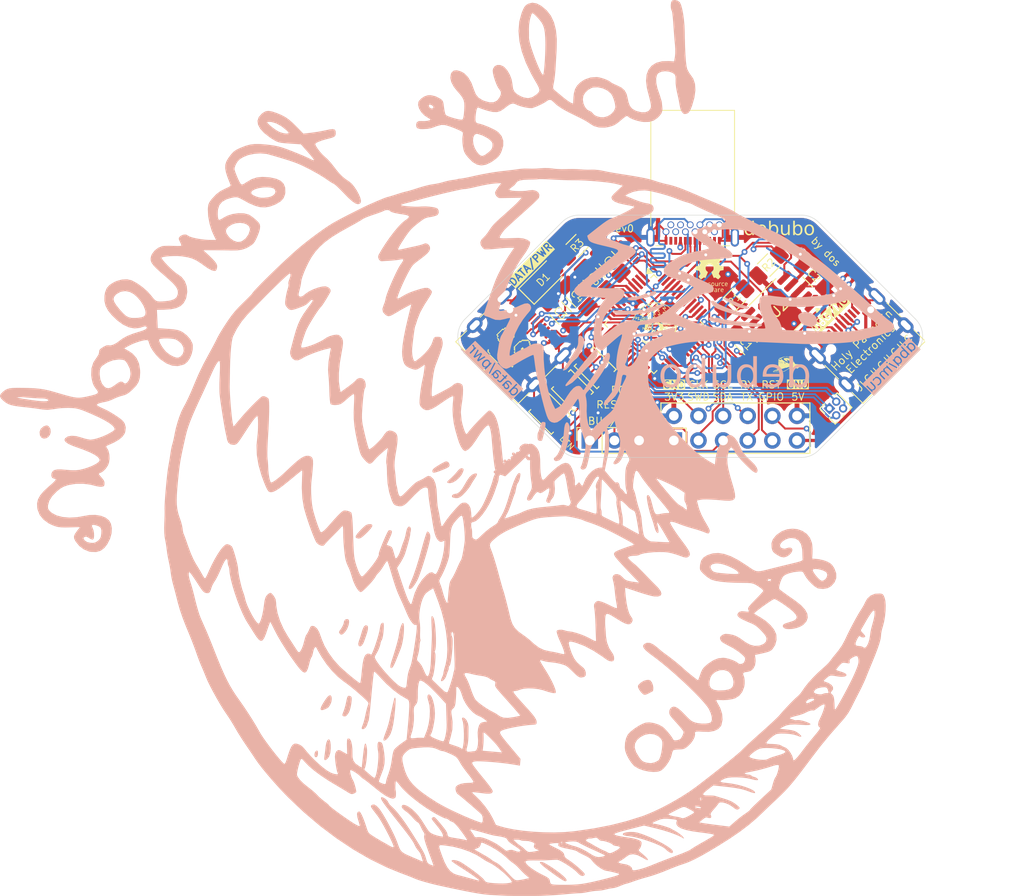
<source format=kicad_pcb>
(kicad_pcb
	(version 20240108)
	(generator "pcbnew")
	(generator_version "8.0")
	(general
		(thickness 1.6)
		(legacy_teardrops no)
	)
	(paper "A4")
	(layers
		(0 "F.Cu" signal)
		(1 "In1.Cu" power)
		(2 "In2.Cu" power)
		(31 "B.Cu" signal)
		(32 "B.Adhes" user "B.Adhesive")
		(33 "F.Adhes" user "F.Adhesive")
		(34 "B.Paste" user)
		(35 "F.Paste" user)
		(36 "B.SilkS" user "B.Silkscreen")
		(37 "F.SilkS" user "F.Silkscreen")
		(38 "B.Mask" user)
		(39 "F.Mask" user)
		(40 "Dwgs.User" user "User.Drawings")
		(41 "Cmts.User" user "User.Comments")
		(42 "Eco1.User" user "User.Eco1")
		(43 "Eco2.User" user "User.Eco2")
		(44 "Edge.Cuts" user)
		(45 "Margin" user)
		(46 "B.CrtYd" user "B.Courtyard")
		(47 "F.CrtYd" user "F.Courtyard")
		(48 "B.Fab" user)
		(49 "F.Fab" user)
		(50 "User.1" user)
		(51 "User.2" user)
		(52 "User.3" user)
		(53 "User.4" user)
		(54 "User.5" user)
		(55 "User.6" user)
		(56 "User.7" user)
		(57 "User.8" user)
		(58 "User.9" user)
	)
	(setup
		(stackup
			(layer "F.SilkS"
				(type "Top Silk Screen")
				(color "White")
			)
			(layer "F.Paste"
				(type "Top Solder Paste")
			)
			(layer "F.Mask"
				(type "Top Solder Mask")
				(color "Green")
				(thickness 0.01)
			)
			(layer "F.Cu"
				(type "copper")
				(thickness 0.035)
			)
			(layer "dielectric 1"
				(type "prepreg")
				(color "FR4 natural")
				(thickness 0.1)
				(material "FR4")
				(epsilon_r 4.5)
				(loss_tangent 0.02)
			)
			(layer "In1.Cu"
				(type "copper")
				(thickness 0.035)
			)
			(layer "dielectric 2"
				(type "core")
				(thickness 1.24)
				(material "FR4")
				(epsilon_r 4.5)
				(loss_tangent 0.02)
			)
			(layer "In2.Cu"
				(type "copper")
				(thickness 0.035)
			)
			(layer "dielectric 3"
				(type "prepreg")
				(thickness 0.1)
				(material "FR4")
				(epsilon_r 4.5)
				(loss_tangent 0.02)
			)
			(layer "B.Cu"
				(type "copper")
				(thickness 0.035)
			)
			(layer "B.Mask"
				(type "Bottom Solder Mask")
				(color "Green")
				(thickness 0.01)
			)
			(layer "B.Paste"
				(type "Bottom Solder Paste")
			)
			(layer "B.SilkS"
				(type "Bottom Silk Screen")
				(color "White")
			)
			(copper_finish "ENIG")
			(dielectric_constraints no)
		)
		(pad_to_mask_clearance 0)
		(allow_soldermask_bridges_in_footprints no)
		(pcbplotparams
			(layerselection 0x00010fc_ffffffff)
			(plot_on_all_layers_selection 0x0000000_00000000)
			(disableapertmacros no)
			(usegerberextensions yes)
			(usegerberattributes yes)
			(usegerberadvancedattributes yes)
			(creategerberjobfile yes)
			(dashed_line_dash_ratio 12.000000)
			(dashed_line_gap_ratio 3.000000)
			(svgprecision 4)
			(plotframeref no)
			(viasonmask no)
			(mode 1)
			(useauxorigin no)
			(hpglpennumber 1)
			(hpglpenspeed 20)
			(hpglpendiameter 15.000000)
			(pdf_front_fp_property_popups yes)
			(pdf_back_fp_property_popups yes)
			(dxfpolygonmode yes)
			(dxfimperialunits yes)
			(dxfusepcbnewfont yes)
			(psnegative no)
			(psa4output no)
			(plotreference yes)
			(plotvalue yes)
			(plotfptext yes)
			(plotinvisibletext no)
			(sketchpadsonfab no)
			(subtractmaskfromsilk yes)
			(outputformat 1)
			(mirror no)
			(drillshape 0)
			(scaleselection 1)
			(outputdirectory "gerbers/")
		)
	)
	(net 0 "")
	(net 1 "unconnected-(U1A-PB14-Pad26)")
	(net 2 "unconnected-(U1A-PF1-OSC_OUT-Pad9)")
	(net 3 "D+")
	(net 4 "D-")
	(net 5 "VBUS")
	(net 6 "unconnected-(U1A-PB4-Pad43)")
	(net 7 "unconnected-(U1A-PF0-OSC_IN-Pad8)")
	(net 8 "PD2_CC1")
	(net 9 "unconnected-(U1A-PB0-Pad19)")
	(net 10 "unconnected-(U1A-PB13-Pad25)")
	(net 11 "unconnected-(U1A-PC14-OSC32_IN-Pad2)")
	(net 12 "unconnected-(U1A-PC7-Pad31)")
	(net 13 "PD2_CC2")
	(net 14 "DBG_VBUS")
	(net 15 "DBG_D-")
	(net 16 "DBG_D+")
	(net 17 "Net-(J2-CC1)")
	(net 18 "Net-(J2-CC2)")
	(net 19 "SBU1")
	(net 20 "PD1_CC2")
	(net 21 "unconnected-(U1A-PB9-Pad48)")
	(net 22 "unconnected-(U1A-PA12[PA10]-Pad34)")
	(net 23 "unconnected-(U1A-PB12-Pad24)")
	(net 24 "PD1_CC1")
	(net 25 "unconnected-(U1A-PB8-Pad47)")
	(net 26 "SBU2")
	(net 27 "I2C_SCL")
	(net 28 "RESET")
	(net 29 "unconnected-(U1A-PB3-Pad42)")
	(net 30 "unconnected-(U1A-PC15-OSC32_OUT-Pad3)")
	(net 31 "SWDIO")
	(net 32 "I2C_SDA")
	(net 33 "BOOT")
	(net 34 "unconnected-(U1A-PB5-Pad44)")
	(net 35 "STM_RX")
	(net 36 "unconnected-(U1A-PB1-Pad20)")
	(net 37 "V3")
	(net 38 "STM_TX")
	(net 39 "Net-(U1B-VREF+)")
	(net 40 "Net-(D1-A)")
	(net 41 "GPIO")
	(net 42 "LED")
	(net 43 "BTN")
	(net 44 "SPI_MISO")
	(net 45 "SPI_MOSI")
	(net 46 "unconnected-(U1A-PA15-Pad37)")
	(net 47 "SPI_NSS")
	(net 48 "SPI_SCK")
	(net 49 "GND")
	(net 50 "BD+")
	(net 51 "BD-")
	(net 52 "VIO")
	(footprint "LOGO" (layer "F.Cu") (at 151.5 98.9))
	(footprint "Capacitor_SMD:C_1206_3216Metric_Pad1.33x1.80mm_HandSolder" (layer "F.Cu") (at 131.5951 90.0951 -45))
	(footprint "Button_Switch_SMD:SW_SPST_B3U-1000P" (layer "F.Cu") (at 127 103.95 135))
	(footprint "Debubo:SolderJumperSmol" (layer "F.Cu") (at 134.517157 86.717157 -45))
	(footprint "Capacitor_SMD:C_1206_3216Metric_Pad1.33x1.80mm_HandSolder" (layer "F.Cu") (at 129.8451 91.8451 135))
	(footprint "Capacitor_SMD:C_1206_3216Metric_Pad1.33x1.80mm_HandSolder" (layer "F.Cu") (at 147.25 96.75 135))
	(footprint "LOGO" (layer "F.Cu") (at 122.75 97.25 -45))
	(footprint "Capacitor_SMD:C_1206_3216Metric_Pad1.33x1.80mm_HandSolder" (layer "F.Cu") (at 154.25 89.75 135))
	(footprint "Capacitor_SMD:C_1206_3216Metric_Pad1.33x1.80mm_HandSolder" (layer "F.Cu") (at 133.25 88.3951 135))
	(footprint "Package_QFP:LQFP-48_7x7mm_P0.5mm" (layer "F.Cu") (at 137.75 94.75 -45))
	(footprint "Resistor_SMD:R_1206_3216Metric_Pad1.30x1.75mm_HandSolder" (layer "F.Cu") (at 149.596 88.654 45))
	(footprint "LOGO"
		(layer "F.Cu")
		(uuid "4785eff3-e543-4da4-b599-ea83da64dc85")
		(at 137.721624 94.35644)
		(property "Reference" "GPANG"
			(at 0 0 0)
			(layer "F.SilkS")
			(hide yes)
			(uuid "97468709-a4d4-4dba-b48b-3ea4b6fea43f")
			(effects
				(font
					(size 1.5 1.5)
					(thickness 0.3)
				)
			)
		)
		(property "Value" "LOGO"
			(at 0.75 0 0)
			(layer "F.SilkS")
			(hide yes)
			(uuid "6daeae5d-edac-4c57-9798-fda9de553c26")
			(effects
				(font
					(size 1.5 1.5)
					(thickness 0.3)
				)
			)
		)
		(property "Footprint" "LOGO"
			(at 0 0 0)
			(unlocked yes)
			(layer "F.Fab")
			(hide yes)
			(uuid "f22c43c4-e540-4514-ae0e-6121c9681813")
			(effects
				(font
					(size 1.27 1.27)
					(thickness 0.15)
				)
			)
		)
		(property "Datasheet" ""
			(at 0 0 0)
			(unlocked yes)
			(layer "F.Fab")
			(hide yes)
			(uuid "fc718c03-6242-424a-afe7-693a5f74999c")
			(effects
				(font
					(size 1.27 1.27)
					(thickness 0.15)
				)
			)
		)
		(property "Description" ""
			(at 0 0 0)
			(unlocked yes)
			(layer "F.Fab")
			(hide yes)
			(uuid "b837c190-3137-441e-b8ad-e8a1ef3dd34a")
			(effects
				(font
					(size 1.27 1.27)
					(thickness 0.15)
				)
			)
		)
		(attr board_only exclude_from_pos_files exclude_from_bom)
		(fp_poly
			(pts
				(xy 2.093733 0.587019) (xy 2.103678 0.595358) (xy 2.109433 0.604975) (xy 2.109011 0.610894) (xy 2.101548 0.616413)
				(xy 2.091148 0.612209) (xy 2.083789 0.605688) (xy 2.074338 0.593558) (xy 2.074319 0.58593) (xy 2.082928 0.583461)
			)
			(stroke
				(width 0)
				(type solid)
			)
			(fill solid)
			(layer "F.SilkS")
			(uuid "ac657206-7708-43c0-a1e8-c783de963f3a")
		)
		(fp_poly
			(pts
				(xy -1.932415 0.436049) (xy -1.925149 0.445848) (xy -1.923187 0.450927) (xy -1.917452 0.479205)
				(xy -1.921547 0.502697) (xy -1.926811 0.511926) (xy -1.936295 0.525842) (xy -1.942654 0.536292)
				(xy -1.953549 0.545756) (xy -1.969758 0.549436) (xy -1.986971 0.547105) (xy -2.000121 0.539323)
				(xy -2.009805 0.522618) (xy -2.011184 0.502562) (xy -2.005499 0.481498) (xy -1.993991 0.461765)
				(xy -1.977899 0.445707) (xy -1.958466 0.435664) (xy -1.944024 0.433465)
			)
			(stroke
				(width 0)
				(type solid)
			)
			(fill solid)
			(layer "F.SilkS")
			(uuid "1ebe9809-4fe8-4c80-ad44-ce21a3ff5c95")
		)
		(fp_poly
			(pts
				(xy 0.291162 -0.18097) (xy 0.305685 -0.178322) (xy 0.32908 -0.174645) (xy 0.354861 -0.172493) (xy 0.364242 -0.17226)
				(xy 0.383564 -0.17141) (xy 0.392622 -0.168339) (xy 0.392171 -0.162265) (xy 0.383209 -0.152623) (xy 0.367257 -0.144378)
				(xy 0.34474 -0.140389) (xy 0.319403 -0.140772) (xy 0.294995 -0.145644) (xy 0.284784 -0.149575) (xy 0.268497 -0.158373)
				(xy 0.262059 -0.16572) (xy 0.264617 -0.173162) (xy 0.269293 -0.177642) (xy 0.277661 -0.181298)
			)
			(stroke
				(width 0)
				(type solid)
			)
			(fill solid)
			(layer "F.SilkS")
			(uuid "219769a4-c93b-43b4-a94a-8eebe24ec2ae")
		)
		(fp_poly
			(pts
				(xy 1.821885 0.375303) (xy 1.845162 0.381754) (xy 1.854544 0.384657) (xy 1.878995 0.393796) (xy 1.892572 0.402369)
				(xy 1.89522 0.410274) (xy 1.886887 0.417409) (xy 1.874021 0.422022) (xy 1.859689 0.425906) (xy 1.850723 0.426988)
				(xy 1.841688 0.425099) (xy 1.828698 0.420612) (xy 1.813897 0.412722) (xy 1.801074 0.401406) (xy 1.792672 0.389451)
				(xy 1.791134 0.379644) (xy 1.791716 0.378415) (xy 1.797033 0.373819) (xy 1.806466 0.372719)
			)
			(stroke
				(width 0)
				(type solid)
			)
			(fill solid)
			(layer "F.SilkS")
			(uuid "2976cb09-dd76-4521-8f9e-39d240b55eb0")
		)
		(fp_poly
			(pts
				(xy 0.987596 -0.2862) (xy 0.993506 -0.285602) (xy 1.020791 -0.281808) (xy 1.037653 -0.276844) (xy 1.044762 -0.270205)
				(xy 1.042787 -0.261388) (xy 1.036218 -0.253508) (xy 1.029685 -0.248883) (xy 1.020052 -0.246328)
				(xy 1.005136 -0.245685) (xy 0.982751 -0.246796) (xy 0.9641 -0.248303) (xy 0.937224 -0.251982) (xy 0.921243 -0.257445)
				(xy 0.916065 -0.264782) (xy 0.9216 -0.274081) (xy 0.931031 -0.281306) (xy 0.939621 -0.285765) (xy 0.949999 -0.287935)
				(xy 0.965035 -0.288014)
			)
			(stroke
				(width 0)
				(type solid)
			)
			(fill solid)
			(layer "F.SilkS")
			(uuid "a1f3aeea-364e-44a6-9f33-acc2d70590f8")
		)
		(fp_poly
			(pts
				(xy 1.433889 0.081229) (xy 1.437538 0.084741) (xy 1.446012 0.09153) (xy 1.461055 0.098914) (xy 1.47839 0.105067)
				(xy 1.491993 0.107996) (xy 1.501064 0.113136) (xy 1.503106 0.122709) (xy 1.500918 0.132624) (xy 1.492209 0.136835)
				(xy 1.486436 0.137543) (xy 1.471083 0.136057) (xy 1.452373 0.130656) (xy 1.445713 0.127894) (xy 1.425516 0.116454)
				(xy 1.411517 0.104182) (xy 1.405188 0.092721) (xy 1.407025 0.084741) (xy 1.417199 0.078697) (xy 1.422937 0.077795)
			)
			(stroke
				(width 0)
				(type solid)
			)
			(fill solid)
			(layer "F.SilkS")
			(uuid "6b006c0c-942b-4a76-8d3f-47ad988798a7")
		)
		(fp_poly
			(pts
				(xy 1.98597 0.578947) (xy 1.999716 0.586146) (xy 2.015612 0.598914) (xy 2.018323 0.60152) (xy 2.035036 0.617572)
				(xy 2.051841 0.633055) (xy 2.060257 0.640461) (xy 2.073606 0.653431) (xy 2.077198 0.661703) (xy 2.071022 0.665921)
				(xy 2.059784 0.666812) (xy 2.042286 0.663123) (xy 2.023211 0.65116) (xy 2.018502 0.647268) (xy 2.001906 0.631055)
				(xy 1.987336 0.613288) (xy 1.976889 0.596854) (xy 1.972664 0.584638) (xy 1.972653 0.584194) (xy 1.976305 0.578052)
			)
			(stroke
				(width 0)
				(type solid)
			)
			(fill solid)
			(layer "F.SilkS")
			(uuid "30d1cda9-4e39-43c1-8c94-f16a6dbcccdc")
		)
		(fp_poly
			(pts
				(xy 1.360202 0.18516) (xy 1.378611 0.193839) (xy 1.392034 0.202524) (xy 1.41137 0.215377) (xy 1.430826 0.227522)
				(xy 1.440593 0.233199) (xy 1.455701 0.244315) (xy 1.461418 0.255232) (xy 1.461431 0.255724) (xy 1.457244 0.264409)
				(xy 1.446039 0.26658) (xy 1.429843 0.262176) (xy 1.419668 0.257) (xy 1.395418 0.24271) (xy 1.378606 0.232563)
				(xy 1.367037 0.22516) (xy 1.358518 0.2191) (xy 1.351383 0.213422) (xy 1.341313 0.201336) (xy 1.340855 0.192584)
				(xy 1.347848 0.184787)
			)
			(stroke
				(width 0)
				(type solid)
			)
			(fill solid)
			(layer "F.SilkS")
			(uuid "c0b9abc3-53e5-4895-a3cd-2521847c850b")
		)
		(fp_poly
			(pts
				(xy 0.413586 -0.283612) (xy 0.414676 -0.282817) (xy 0.421077 -0.27524) (xy 0.419885 -0.268359) (xy 0.410173 -0.261336)
				(xy 0.39101 -0.253331) (xy 0.376471 -0.248327) (xy 0.351583 -0.240272) (xy 0.334994 -0.235608) (xy 0.324499 -0.234101)
				(xy 0.317891 -0.23552) (xy 0.312963 -0.23963) (xy 0.311401 -0.241453) (xy 0.306511 -0.254333) (xy 0.310187 -0.266879)
				(xy 0.316736 -0.272492) (xy 0.326101 -0.275344) (xy 0.342994 -0.278954) (xy 0.363929 -0.282587)
				(xy 0.366055 -0.282914) (xy 0.389798 -0.285914) (xy 0.404926 -0.286148)
			)
			(stroke
				(width 0)
				(type solid)
			)
			(fill solid)
			(layer "F.SilkS")
			(uuid "ce4f3cb3-bef1-4aea-9e48-3a9138344b38")
		)
		(fp_poly
			(pts
				(xy 1.465457 2.002335) (xy 1.466299 2.012863) (xy 1.463751 2.032398) (xy 1.457782 2.061456) (xy 1.448391 2.10045)
				(xy 1.439302 2.135626) (xy 1.432071 2.161223) (xy 1.426245 2.178531) (xy 1.421372 2.188842) (xy 1.416998 2.193446)
				(xy 1.415587 2.193934) (xy 1.409002 2.192961) (xy 1.406238 2.185056) (xy 1.405863 2.175565) (xy 1.407516 2.157252)
				(xy 1.411981 2.132822) (xy 1.418517 2.104896) (xy 1.426384 2.076095) (xy 1.43484 2.049041) (xy 1.443145 2.026356)
				(xy 1.450557 2.010661) (xy 1.453717 2.006232) (xy 1.461253 2.000297)
			)
			(stroke
				(width 0)
				(type solid)
			)
			(fill solid)
			(layer "F.SilkS")
			(uuid "75941cb2-c3a2-4af2-b84f-9d45d51ae054")
		)
		(fp_poly
			(pts
				(xy -1.646773 0.06286) (xy -1.647219 0.069096) (xy -1.651096 0.082747) (xy -1.657409 0.101035) (xy -1.665165 0.12118)
				(xy -1.673369 0.140405) (xy -1.678071 0.1503) (xy -1.690145 0.170935) (xy -1.703588 0.188594) (xy -1.716348 0.200931)
				(xy -1.726375 0.2056) (xy -1.726417 0.2056) (xy -1.733136 0.203819) (xy -1.733713 0.202686) (xy -1.730957 0.196903)
				(xy -1.723687 0.184336) (xy -1.713393 0.167553) (xy -1.711899 0.165178) (xy -1.698673 0.142274)
				(xy -1.686187 0.11746) (xy -1.678352 0.099148) (xy -1.669389 0.079714) (xy -1.659885 0.066528) (xy -1.651271 0.061234)
			)
			(stroke
				(width 0)
				(type solid)
			)
			(fill solid)
			(layer "F.SilkS")
			(uuid "9e7d9363-affc-47c0-b36b-875cde412a35")
		)
		(fp_poly
			(pts
				(xy 1.723499 0.456051) (xy 1.739203 0.467998) (xy 1.743829 0.471833) (xy 1.762782 0.486328) (xy 1.782952 0.499741)
				(xy 1.793448 0.505734) (xy 1.809096 0.514494) (xy 1.815802 0.520953) (xy 1.814859 0.527138) (xy 1.810396 0.532338)
				(xy 1.804117 0.537064) (xy 1.796134 0.53802) (xy 1.782841 0.535264) (xy 1.774381 0.532889) (xy 1.761489 0.526592)
				(xy 1.744364 0.514893) (xy 1.726611 0.500266) (xy 1.725829 0.499555) (xy 1.709979 0.484461) (xy 1.701436 0.474265)
				(xy 1.698853 0.466892) (xy 1.700636 0.460717) (xy 1.706278 0.452942) (xy 1.713212 0.451209)
			)
			(stroke
				(width 0)
				(type solid)
			)
			(fill solid)
			(layer "F.SilkS")
			(uuid "ab5a3f2e-d8c6-4a58-93da-27bef9253d04")
		)
		(fp_poly
			(pts
				(xy -0.282151 -0.070954) (xy -0.269412 -0.062244) (xy -0.254826 -0.052441) (xy -0.243916 -0.045979)
				(xy -0.240111 -0.044454) (xy -0.231681 -0.040297) (xy -0.220931 -0.030318) (xy -0.211208 -0.018253)
				(xy -0.205861 -0.00784) (xy -0.205601 -0.005927) (xy -0.209338 0.002826) (xy -0.217344 0.009681)
				(xy -0.224115 0.010705) (xy -0.228743 0.007533) (xy -0.239967 -0.000382) (xy -0.255126 -0.011162)
				(xy -0.273362 -0.024805) (xy -0.289987 -0.038304) (xy -0.299417 -0.046837) (xy -0.308417 -0.056701)
				(xy -0.310015 -0.062999) (xy -0.304999 -0.069681) (xy -0.304142 -0.070543) (xy -0.298052 -0.075501)
				(xy -0.291743 -0.075882)
			)
			(stroke
				(width 0)
				(type solid)
			)
			(fill solid)
			(layer "F.SilkS")
			(uuid "2064a8c6-da98-440b-82ba-6b895f9443d5")
		)
		(fp_poly
			(pts
				(xy 1.502965 0.647207) (xy 1.51445 0.655298) (xy 1.533024 0.669195) (xy 1.559134 0.689234) (xy 1.593224 0.715752)
				(xy 1.613008 0.731236) (xy 1.633292 0.745746) (xy 1.658081 0.761536) (xy 1.680923 0.774594) (xy 1.699194 0.78506)
				(xy 1.712858 0.794381) (xy 1.719527 0.800884) (xy 1.71982 0.801857) (xy 1.715135 0.807802) (xy 1.702904 0.809675)
				(xy 1.685868 0.807614) (xy 1.666767 0.801756) (xy 1.660132 0.79885) (xy 1.637266 0.785403) (xy 1.609897 0.764578)
				(xy 1.5774 0.73585) (xy 1.539147 0.698695) (xy 1.532732 0.692218) (xy 1.512594 0.671228) (xy 1.500216 0.656836)
				(xy 1.495038 0.648272) (xy 1.4965 0.644766) (xy 1.498122 0.644585)
			)
			(stroke
				(width 0)
				(type solid)
			)
			(fill solid)
			(layer "F.SilkS")
			(uuid "8c4e9124-530b-4685-a3a7-5ca136c6afa3")
		)
		(fp_poly
			(pts
				(xy -0.394818 0.026768) (xy -0.378783 0.039138) (xy -0.367441 0.050654) (xy -0.343563 0.074357)
				(xy -0.317013 0.096232) (xy -0.289697 0.115134) (xy -0.26352 0.129913) (xy -0.240386 0.139424) (xy -0.2222 0.142518)
				(xy -0.216446 0.141612) (xy -0.207342 0.142927) (xy -0.202548 0.150711) (xy -0.203924 0.160593)
				(xy -0.206786 0.164315) (xy -0.224012 0.173494) (xy -0.24403 0.173072) (xy -0.250055 0.170978) (xy -0.263018 0.165368)
				(xy -0.281211 0.157457) (xy -0.29323 0.152216) (xy -0.310503 0.142602) (xy -0.331629 0.127821) (xy -0.354228 0.109912)
				(xy -0.375919 0.09091) (xy -0.394321 0.072852) (xy -0.407055 0.057775) (xy -0.410668 0.051741) (xy -0.416283 0.034388)
				(xy -0.414735 0.024422) (xy -0.407191 0.021872)
			)
			(stroke
				(width 0)
				(type solid)
			)
			(fill solid)
			(layer "F.SilkS")
			(uuid "fec170a4-69cc-467a-8e5e-3f1a230f8936")
		)
		(fp_poly
			(pts
				(xy 0.265586 -0.103844) (xy 0.29326 -0.096543) (xy 0.313957 -0.088909) (xy 0.34638 -0.077656) (xy 0.371124 -0.07296)
				(xy 0.389405 -0.074712) (xy 0.400832 -0.081247) (xy 0.4117 -0.086687) (xy 0.422103 -0.085908) (xy 0.427707 -0.079476)
				(xy 0.427871 -0.077717) (xy 0.424252 -0.070049) (xy 0.41542 -0.059305) (xy 0.414232 -0.058094) (xy 0.403453 -0.050048)
				(xy 0.389706 -0.045864) (xy 0.370733 -0.045332) (xy 0.344281 -0.048245) (xy 0.330797 -0.050379)
				(xy 0.312194 -0.054198) (xy 0.296683 -0.058589) (xy 0.2919 -0.060495) (xy 0.280424 -0.064974) (xy 0.26271 -0.070736)
				(xy 0.248665 -0.074828) (xy 0.228386 -0.081441) (xy 0.21862 -0.087481) (xy 0.218832 -0.093579) (xy 0.227462 -0.099827)
				(xy 0.244201 -0.104869)
			)
			(stroke
				(width 0)
				(type solid)
			)
			(fill solid)
			(layer "F.SilkS")
			(uuid "aa57f71c-03df-4b13-9366-b692924adf74")
		)
		(fp_poly
			(pts
				(xy 0.688605 -0.011353) (xy 0.701975 -0.003788) (xy 0.721271 0.008305) (xy 0.744938 0.023957) (xy 0.767458 0.039424)
				(xy 0.826809 0.080025) (xy 0.878204 0.113407) (xy 0.921964 0.139766) (xy 0.958407 0.159302) (xy 0.968927 0.164305)
				(xy 0.987478 0.174007) (xy 0.996063 0.181753) (xy 0.996564 0.18643) (xy 0.988945 0.192856) (xy 0.973157 0.19307)
				(xy 0.948848 0.187033) (xy 0.924315 0.178183) (xy 0.907592 0.170196) (xy 0.883899 0.156993) (xy 0.855265 0.139887)
				(xy 0.823714 0.120187) (xy 0.791275 0.099205) (xy 0.759973 0.078252) (xy 0.731836 0.058637) (xy 0.70889 0.041673)
				(xy 0.693207 0.028711) (xy 0.682906 0.015382) (xy 0.678041 0.001283) (xy 0.679499 -0.010023) (xy 0.682717 -0.013419)
			)
			(stroke
				(width 0)
				(type solid)
			)
			(fill solid)
			(layer "F.SilkS")
			(uuid "8db06e1b-b52d-4d45-93b6-869ea0c98fa3")
		)
		(fp_poly
			(pts
				(xy 1.174462 0.325643) (xy 1.189649 0.334338) (xy 1.206815 0.346341) (xy 1.222795 0.359614) (xy 1.223649 0.360408)
				(xy 1.241211 0.375015) (xy 1.267123 0.393982) (xy 1.299981 0.416348) (xy 1.338381 0.441148) (xy 1.369781 0.46065)
				(xy 1.388205 0.473468) (xy 1.397243 0.483444) (xy 1.396588 0.49006) (xy 1.388732 0.492601) (xy 1.380305 0.490502)
				(xy 1.365211 0.484199) (xy 1.34645 0.474968) (xy 1.343023 0.473152) (xy 1.319133 0.460353) (xy 1.293981 0.446883)
				(xy 1.274581 0.436499) (xy 1.256804 0.425398) (xy 1.237379 0.410686) (xy 1.217639 0.393743) (xy 1.198918 0.375952)
				(xy 1.182547 0.358694) (xy 1.169859 0.343349) (xy 1.162187 0.331301) (xy 1.160864 0.32393) (xy 1.164419 0.322293)
			)
			(stroke
				(width 0)
				(type solid)
			)
			(fill solid)
			(layer "F.SilkS")
			(uuid "2a39b8c1-5611-4ea6-845e-23816d860d9a")
		)
		(fp_poly
			(pts
				(xy -0.827971 -0.209095) (xy -0.813612 -0.207488) (xy -0.792779 -0.20421) (xy -0.764276 -0.199139)
				(xy -0.726905 -0.192155) (xy -0.694597 -0.186018) (xy -0.661235 -0.17971) (xy -0.629973 -0.173885)
				(xy -0.603147 -0.168972) (xy -0.583096 -0.1654) (xy -0.573737 -0.163832) (xy -0.557549 -0.159956)
				(xy -0.550571 -0.155243) (xy -0.553519 -0.150501) (xy -0.559845 -0.148114) (xy -0.597189 -0.142649)
				(xy -0.639029 -0.144932) (xy -0.657216 -0.147259) (xy -0.682781 -0.150142) (xy -0.712031 -0.153178)
				(xy -0.735631 -0.15545) (xy -0.762647 -0.158354) (xy -0.786464 -0.16166) (xy -0.804391 -0.164948)
				(xy -0.813426 -0.167622) (xy -0.833021 -0.180726) (xy -0.843328 -0.194579) (xy -0.844629 -0.201246)
				(xy -0.844187 -0.205107) (xy -0.842061 -0.207783) (xy -0.837055 -0.209153)
			)
			(stroke
				(width 0)
				(type solid)
			)
			(fill solid)
			(layer "F.SilkS")
			(uuid "7846a38d-13d3-45fb-b3b8-ac7eea47cadf")
		)
		(fp_poly
			(pts
				(xy -1.572707 0.027122) (xy -1.570004 0.03947) (xy -1.569862 0.055766) (xy -1.572529 0.072099) (xy -1.578621 0.086904)
				(xy -1.590379 0.108737) (xy -1.60667 0.135838) (xy -1.626363 0.166442) (xy -1.648325 0.198788) (xy -1.671424 0.231112)
				(xy -1.693067 0.259779) (xy -1.71196 0.283295) (xy -1.725372 0.298073) (xy -1.733949 0.304646) (xy -1.738337 0.303548)
				(xy -1.739269 0.297894) (xy -1.736202 0.289467) (xy -1.72826 0.275608) (xy -1.719869 0.263164) (xy -1.696231 0.230008)
				(xy -1.677712 0.203286) (xy -1.662753 0.180553) (xy -1.64979 0.159362) (xy -1.637263 0.137269) (xy -1.62535 0.11512)
				(xy -1.613257 0.091375) (xy -1.603425 0.070364) (xy -1.596921 0.054484) (xy -1.594793 0.046475)
				(xy -1.591477 0.034326) (xy -1.583837 0.024764) (xy -1.577614 0.022227)
			)
			(stroke
				(width 0)
				(type solid)
			)
			(fill solid)
			(layer "F.SilkS")
			(uuid "30de9b28-1281-4ef3-b6e0-8562456619fa")
		)
		(fp_poly
			(pts
				(xy -1.189611 -0.319266) (xy -1.188677 -0.318487) (xy -1.189128 -0.312144) (xy -1.196811 -0.302514)
				(xy -1.209254 -0.291725) (xy -1.223985 -0.281907) (xy -1.238533 -0.275191) (xy -1.23916 -0.27499)
				(xy -1.252771 -0.269223) (xy -1.26941 -0.260248) (xy -1.27378 -0.257578) (xy -1.28833 -0.249498)
				(xy -1.299993 -0.2449) (xy -1.302625 -0.244498) (xy -1.311854 -0.241577) (xy -1.313766 -0.239605)
				(xy -1.322097 -0.234348) (xy -1.335431 -0.231615) (xy -1.347767 -0.232383) (xy -1.350648 -0.233603)
				(xy -1.35435 -0.240964) (xy -1.353275 -0.244173) (xy -1.345818 -0.250142) (xy -1.331071 -0.258206)
				(xy -1.312263 -0.266877) (xy -1.292623 -0.274667) (xy -1.275381 -0.280088) (xy -1.275279 -0.280113)
				(xy -1.258987 -0.286437) (xy -1.24252 -0.296024) (xy -1.241938 -0.296444) (xy -1.217804 -0.312341)
				(xy -1.200273 -0.319985)
			)
			(stroke
				(width 0)
				(type solid)
			)
			(fill solid)
			(layer "F.SilkS")
			(uuid "e3156611-c05e-4ac7-b329-8a1839c879ca")
		)
		(fp_poly
			(pts
				(xy -1.067143 -0.312935) (xy -1.0669 -0.310476) (xy -1.070969 -0.303113) (xy -1.081936 -0.290616)
				(xy -1.097943 -0.274693) (xy -1.117132 -0.257051) (xy -1.137644 -0.239399) (xy -1.157621 -0.223445)
				(xy -1.175204 -0.210898) (xy -1.175257 -0.210864) (xy -1.192876 -0.199202) (xy -1.207348 -0.189279)
				(xy -1.21561 -0.183196) (xy -1.21572 -0.183103) (xy -1.229129 -0.174514) (xy -1.248076 -0.165941)
				(xy -1.270278 -0.15798) (xy -1.293455 -0.151228) (xy -1.315325 -0.146281) (xy -1.333607 -0.143737)
				(xy -1.346019 -0.14419) (xy -1.350296 -0.14791) (xy -1.345445 -0.151808) (xy -1.332258 -0.158674)
				(xy -1.312784 -0.167518) (xy -1.290531 -0.176772) (xy -1.227823 -0.205464) (xy -1.174177 -0.238052)
				(xy -1.127911 -0.275587) (xy -1.11954 -0.283637) (xy -1.099388 -0.301926) (xy -1.083318 -0.313221)
				(xy -1.072261 -0.317049)
			)
			(stroke
				(width 0)
				(type solid)
			)
			(fill solid)
			(layer "F.SilkS")
			(uuid "10b1cf3e-69a6-4d0a-bd43-e0bd2cf87a8a")
		)
		(fp_poly
			(pts
				(xy 0.961002 2.19818) (xy 0.959021 2.207045) (xy 0.949464 2.220169) (xy 0.941332 2.228564) (xy 0.924047 2.247471)
				(xy 0.904913 2.272271) (xy 0.88511 2.300977) (xy 0.865817 2.331602) (xy 0.848211 2.362159) (xy 0.833472 2.39066)
				(xy 0.822778 2.415117) (xy 0.817309 2.433543) (xy 0.816845 2.438459) (xy 0.815084 2.453361) (xy 0.810737 2.468471)
				(xy 0.805207 2.479914) (xy 0.800394 2.483876) (xy 0.793765 2.480467) (xy 0.790943 2.477978) (xy 0.788761 2.468634)
				(xy 0.791312 2.451295) (xy 0.7979 2.427665) (xy 0.807831 2.399449) (xy 0.820408 2.368349) (xy 0.834938 2.33607)
				(xy 0.850724 2.304315) (xy 0.867073 2.274788) (xy 0.883288 2.249193) (xy 0.885681 2.245776) (xy 0.899308 2.230148)
				(xy 0.916564 2.215089) (xy 0.934338 2.202883) (xy 0.949521 2.195819) (xy 0.954863 2.194924)
			)
			(stroke
				(width 0)
				(type solid)
			)
			(fill solid)
			(layer "F.SilkS")
			(uuid "01551c69-6e29-4c37-a8cb-88ed8f939d3b")
		)
		(fp_poly
			(pts
				(xy -1.495502 0.100126) (xy -1.494772 0.103484) (xy -1.498673 0.115409) (xy -1.509684 0.133577)
				(xy -1.526761 0.156679) (xy -1.548862 0.183402) (xy -1.574944 0.212437) (xy -1.603965 0.242472)
				(xy -1.610261 0.24871) (xy -1.6422 0.279829) (xy -1.667385 0.303622) (xy -1.686722 0.320818) (xy -1.701118 0.332142)
				(xy -1.711479 0.338322) (xy -1.71871 0.340085) (xy -1.722681 0.338913) (xy -1.724723 0.337076) (xy -1.72499 0.334284)
				(xy -1.722709 0.329656) (xy -1.717105 0.322316) (xy -1.707403 0.311384) (xy -1.69283 0.295982) (xy -1.672611 0.275232)
				(xy -1.645972 0.248254) (xy -1.617425 0.219492) (xy -1.597086 0.197609) (xy -1.575244 0.171918)
				(xy -1.556534 0.147876) (xy -1.556081 0.147254) (xy -1.542555 0.128703) (xy -1.531078 0.113133)
				(xy -1.523549 0.103115) (xy -1.522211 0.101411) (xy -1.512855 0.095432) (xy -1.502407 0.095121)
			)
			(stroke
				(width 0)
				(type solid)
			)
			(fill solid)
			(layer "F.SilkS")
			(uuid "696d98d2-0c7a-4ea1-8161-0b6e94a12a6c")
		)
		(fp_poly
			(pts
				(xy -0.800957 -0.329451) (xy -0.790147 -0.317255) (xy -0.783158 -0.308956) (xy -0.776097 -0.302233)
				(xy -0.767288 -0.296312) (xy -0.755058 -0.29042) (xy -0.737732 -0.283782) (xy -0.713638 -0.275624)
				(xy -0.6811 -0.265174) (xy -0.669591 -0.261523) (xy -0.64043 -0.252305) (xy -0.620375 -0.245894)
				(xy -0.607969 -0.241641) (xy -0.601756 -0.2389) (xy -0.600278 -0.237021) (xy -0.602079 -0.235357)
				(xy -0.605702 -0.23326) (xy -0.605844 -0.233171) (xy -0.619146 -0.228769) (xy -0.637705 -0.230093)
				(xy -0.658581 -0.235569) (xy -0.678465 -0.239611) (xy -0.698322 -0.240457) (xy -0.701059 -0.240215)
				(xy -0.713818 -0.239912) (xy -0.727989 -0.242481) (xy -0.745834 -0.248646) (xy -0.769619 -0.259136)
				(xy -0.788944 -0.268426) (xy -0.811628 -0.283447) (xy -0.824373 -0.301065) (xy -0.826656 -0.320492)
				(xy -0.825929 -0.324067) (xy -0.820586 -0.335759) (xy -0.812468 -0.337593)
			)
			(stroke
				(width 0)
				(type solid)
			)
			(fill solid)
			(layer "F.SilkS")
			(uuid "e7bbed64-ffca-404b-a0cf-49fd67e1685b")
		)
		(fp_poly
			(pts
				(xy 0.187374 -1.866634) (xy 0.225124 -1.865443) (xy 0.266749 -1.8636) (xy 0.310744 -1.861217) (xy 0.355604 -1.858406)
				(xy 0.399821 -1.855279) (xy 0.44189 -1.85195) (xy 0.480305 -1.84853) (xy 0.51356 -1.845131) (xy 0.540148 -1.841866)
				(xy 0.558564 -1.838848) (xy 0.567103 -1.83632) (xy 0.573597 -1.835176) (xy 0.589074 -1.833486) (xy 0.611428 -1.831452)
				(xy 0.638552 -1.829276) (xy 0.647833 -1.828587) (xy 0.685621 -1.825287) (xy 0.717737 -1.820965)
				(xy 0.748785 -1.814782) (xy 0.783368 -1.805899) (xy 0.802953 -1.80032) (xy 0.833475 -1.791062) (xy 0.862675 -1.781536)
				(xy 0.88766 -1.772729) (xy 0.905537 -1.76563) (xy 0.908532 -1.76425) (xy 0.924119 -1.757266) (xy 0.947262 -1.747589)
				(xy 0.975094 -1.736387) (xy 1.00475 -1.72483) (xy 1.011332 -1.722319) (xy 1.078644 -1.695375) (xy 1.140656 -1.667415)
				(xy 1.203073 -1.635848) (xy 1.211376 -1.631418) (xy 1.246246 -1.613437) (xy 1.282021 -1.596245)
				(xy 1.315299 -1.581416) (xy 1.342679 -1.570522) (xy 1.344553 -1.569853) (xy 1.369242 -1.559054)
				(xy 1.3992 -1.542756) (xy 1.431387 -1.522835) (xy 1.462759 -1.501171) (xy 1.489214 -1.480538) (xy 1.50819 -1.465073)
				(xy 1.526076 -1.451349) (xy 1.539604 -1.441852) (xy 1.541783 -1.440511) (xy 1.554201 -1.431884)
				(xy 1.571054 -1.418469) (xy 1.588729 -1.403144) (xy 1.589016 -1.402883) (xy 1.608676 -1.385421)
				(xy 1.629361 -1.36769) (xy 1.644804 -1.354974) (xy 1.659428 -1.342432) (xy 1.679459 -1.324019) (xy 1.703268 -1.301357)
				(xy 1.729226 -1.276069) (xy 1.755702 -1.249777) (xy 1.781067 -1.224105) (xy 1.803692 -1.200676)
				(xy 1.821946 -1.181111) (xy 1.8342 -1.167034) (xy 1.836447 -1.164144) (xy 1.847252 -1.15067) (xy 1.8633 -1.132018)
				(xy 1.882125 -1.111014) (xy 1.895407 -1.096665) (xy 1.914762 -1.074785) (xy 1.932796 -1.052147)
				(xy 1.947028 -1.031977) (xy 1.9531 -1.021649) (xy 1.965571 -0.99901) (xy 1.980211 -0.974906) (xy 1.987324 -0.9641)
				(xy 2.000058 -0.944061) (xy 2.01416 -0.919689) (xy 2.02497 -0.899375) (xy 2.037266 -0.876358) (xy 2.05082 -0.853078)
				(xy 2.06141 -0.836514) (xy 2.07324 -0.817388) (xy 2.086165 -0.79357) (xy 2.0959 -0.773433) (xy 2.104999 -0.753627)
				(xy 2.117395 -0.727324) (xy 2.131444 -0.69798) (xy 2.145239 -0.669591) (xy 2.164225 -0.627315) (xy 2.183413 -0.57814)
				(xy 2.201241 -0.526143) (xy 2.205902 -0.511223) (xy 2.217046 -0.47567) (xy 2.229102 -0.438822) (xy 2.240912 -0.404114)
				(xy 2.251319 -0.374984) (xy 2.255486 -0.363969) (xy 2.265771 -0.336612) (xy 2.275591 -0.308928)
				(xy 2.283493 -0.28508) (xy 2.286509 -0.27506) (xy 2.293492 -0.251624) (xy 2.302158 -0.224273) (xy 2.309311 -0.202822)
				(xy 2.317045 -0.176892) (xy 2.325489 -0.142829) (xy 2.334076 -0.103542) (xy 2.342237 -0.061938)
				(xy 2.349406 -0.020926) (xy 2.355013 0.016586) (xy 2.358493 0.047692) (xy 2.358677 0.050011) (xy 2.361489 0.077769)
				(xy 2.36585 0.110633) (xy 2.370971 0.142845) (xy 2.37278 0.152811) (xy 2.377946 0.183286) (xy 2.383137 0.219208)
				(xy 2.387572 0.254938) (xy 2.389386 0.272282) (xy 2.392476 0.30355) (xy 2.395873 0.336181) (xy 2.399078 0.365456)
				(xy 2.400784 0.380133) (xy 2.403696 0.414604) (xy 2.405369 0.457672) (xy 2.405826 0.506892) (xy 2.405092 0.559818)
				(xy 2.403188 0.614007) (xy 2.40014 0.667012) (xy 2.397758 0.697375) (xy 2.38265 0.827937) (xy 2.36058 0.955895)
				(xy 2.331912 1.079982) (xy 2.297012 1.19893) (xy 2.256246 1.31147) (xy 2.20998 1.416334) (xy 2.167049 1.497707)
				(xy 2.15236 1.523619) (xy 2.139149 1.547444) (xy 2.128693 1.56684) (xy 2.122272 1.579466) (xy 2.121547 1.581058)
				(xy 2.114077 1.595017) (xy 2.101298 1.61559) (xy 2.084689 1.640592) (xy 2.065724 1.667836) (xy 2.045883 1.695135)
				(xy 2.032938 1.712233) (xy 1.991344 1.765887) (xy 1.955586 1.811457) (xy 1.924932 1.849828) (xy 1.898652 1.881881)
				(xy 1.876014 1.9085) (xy 1.856286 1.930567) (xy 1.838737 1.948965) (xy 1.828177 1.959351) (xy 1.751173 2.030605)
				(xy 1.67177 2.099455) (xy 1.592344 2.163941) (xy 1.515273 2.222105) (xy 1.475322 2.250296) (xy 1.450577 2.267458)
				(xy 1.42836 2.28318) (xy 1.410666 2.296028) (xy 1.399492 2.304564) (xy 1.397528 2.306235) (xy 1.386779 2.314147)
				(xy 1.370002 2.324515) (xy 1.353838 2.333481) (xy 1.333551 2.345012) (xy 1.314586 2.357254) (xy 1.303827 2.365317)
				(xy 1.28747 2.376925) (xy 1.26765 2.388131) (xy 1.261387 2.391086) (xy 1.243328 2.399997) (xy 1.227438 2.409382)
				(xy 1.223003 2.412534) (xy 1.210095 2.419929) (xy 1.191394 2.427677) (xy 1.178549 2.431857) (xy 1.160697 2.437405)
				(xy 1.147073 2.442424) (xy 1.141916 2.445005) (xy 1.134257 2.448834) (xy 1.119148 2.45504) (xy 1.099646 2.462377)
				(xy 1.096629 2.463463) (xy 1.072079 2.47291) (xy 1.043138 2.485018) (xy 1.015346 2.497454) (xy 1.010499 2.499735)
				(xy 0.985575 2.510594) (xy 0.954373 2.522755) (xy 0.921328 2.534546) (xy 0.897418 2.542322) (xy 0.868344 2.551568)
				(xy 0.839924 2.561115) (xy 0.815614 2.569773) (xy 0.800175 2.575794) (xy 0.775468 2.585436) (xy 0.748639 2.59413)
				(xy 0.718091 2.60224) (xy 0.682227 2.610132) (xy 0.639449 2.61817) (xy 0.588161 2.626717) (xy 0.552899 2.632202)
				(xy 0.46896 2.643625) (xy 0.393258 2.650914) (xy 0.323757 2.65418) (xy 0.258423 2.65353) (xy 0.211157 2.650558)
				(xy 0.187363 2.648735) (xy 0.156282 2.646656) (xy 0.121728 2.644562) (xy 0.087517 2.642694) (xy 0.083351 2.642483)
				(xy 0.052025 2.640526) (xy 0.021544 2.637696) (xy -0.009749 2.633701) (xy -0.043511 2.628248) (xy -0.081401 2.621044)
				(xy -0.125074 2.611799) (xy -0.176189 2.600218) (xy -0.235146 2.586311) (xy -0.325638 2.566173)
				(xy -0.415558 2.549351) (xy -0.510493 2.53481) (xy -0.518599 2.533696) (xy -0.556551 2.527464) (xy -0.588353 2.519494)
				(xy -0.618963 2.508428) (xy -0.632916 2.502415) (xy -0.651401 2.494326) (xy -0.676384 2.483637)
				(xy -0.704077 2.471961) (xy -0.72238 2.464339) (xy -0.750631 2.452184) (xy -0.779473 2.439001) (xy -0.804739 2.426731)
				(xy -0.816846 2.420396) (xy -0.838654 2.408641) (xy -0.8657 2.394342) (xy -0.893301 2.379967) (xy -0.902975 2.374991)
				(xy -0.948631 2.350923) (xy -0.987095 2.32922) (xy -1.017604 2.310356) (xy -1.039393 2.294802) (xy -1.050369 2.284305)
				(xy -0.857139 2.284305) (xy -0.856756 2.294328) (xy -0.848674 2.308559) (xy -0.840584 2.318331)
				(xy -0.829058 2.327871) (xy -0.812247 2.338375) (xy -0.7883 2.35104) (xy -0.766143 2.361907) (xy -0.743122 2.372529)
				(xy -0.715193 2.384708) (xy -0.684259 2.397693) (xy -0.652225 2.410731) (xy -0.620995 2.423067)
				(xy -0.592472 2.43395) (xy -0.568563 2.442626) (xy -0.551169 2.448342) (xy -0.542494 2.450343) (xy -0.540992 2.447164)
				(xy -0.543126 2.44359) (xy -0.56249 2.418607) (xy -0.575605 2.400335) (xy -0.583452 2.387041) (xy -0.584473 2.384155)
				(xy -0.511223 2.384155) (xy -0.506653 2.390338) (xy -0.494711 2.399636) (xy -0.478051 2.410369)
				(xy -0.459327 2.420855) (xy -0.441191 2.429414) (xy -0.437406 2.430925) (xy -0.414701 2.441922)
				(xy -0.400437 2.45393) (xy -0.395707 2.465903) (xy -0.396542 2.469988) (xy -0.397827 2.474595) (xy -0.396548 2.478172)
				(xy -0.391109 2.481274) (xy -0.379918 2.484456) (xy -0.361379 2.488271) (xy -0.333898 2.493274)
				(xy -0.325055 2.494844) (xy -0.294185 2.500608) (xy -0.261655 2.507158) (xy -0.232413 2.51348) (xy -0.219493 2.516499)
				(xy -0.196051 2.521727) (xy -0.174464 2.525716) (xy -0.158795 2.527729) (xy -0.156851 2.527826)
				(xy -0.144808 2.527631) (xy -0.141921 2.524572) (xy -0.146249 2.516378) (xy -0.146598 2.515828)
				(xy -0.15379 2.498814) (xy -0.155595 2.489906) (xy -0.05279 2.489906) (xy -0.048385 2.496768) (xy -0.037237 2.50664)
				(xy -0.022448 2.517374) (xy -0.007116 2.526819) (xy 0.005658 2.532826) (xy 0.010643 2.533887) (xy 0.019119 2.536878)
				(xy 0.033334 2.544679) (xy 0.048557 2.554495) (xy 0.078478 2.575103) (xy 0.168046 2.579575) (xy 0.198469 2.581276)
				(xy 0.224863 2.583095) (xy 0.245287 2.584871) (xy 0.257804 2.586444) (xy 0.26078 2.587279) (xy 0.267557 2.588351)
				(xy 0.281948 2.58786) (xy 0.297287 2.586324) (xy 0.319575 2.584429) (xy 0.347351 2.583324) (xy 0.375003 2.583221)
				(xy 0.37786 2.583281) (xy 0.425093 2.584425) (xy 0.446667 2.561068) (xy 0.531278 2.561068) (xy 0.532266 2.563546)
				(xy 0.537236 2.564466) (xy 0.547559 2.563726) (xy 0.564606 2.56122) (xy 0.589745 2.556846) (xy 0.624348 2.550501)
				(xy 0.626808 2.550045) (xy 0.652242 2.545579) (xy 0.674897 2.542042) (xy 0.691718 2.539888) (xy 0.69814 2.539444)
				(xy 0.70885 2.537631) (xy 0.727295 2.532706) (xy 0.750795 2.525444) (xy 0.774263 2.517473) (xy 0.824357 2.49982)
				(xy 0.866147 2.485308) (xy 0.901749 2.473214) (xy 0.933281 2.462816) (xy 0.952986 2.456502) (xy 0.980538 2.446929)
				(xy 1.006264 2.436469) (xy 1.0284 2.426021) (xy 1.045186 2.416487) (xy 1.054858 2.408764) (xy 1.055895 2.403967)
				(xy 1.050312 2.391153) (xy 1.052616 2.374157) (xy 1.055224 2.369197) (xy 1.135455 2.369197) (xy 1.136779 2.372371)
				(xy 1.142525 2.372741) (xy 1.150491 2.370351) (xy 1.16668 2.363687) (xy 1.189409 2.353506) (xy 1.216992 2.340568)
				(xy 1.247745 2.325629) (xy 1.252949 2.323053) (xy 1.292771 2.302898) (xy 1.324874 2.285597) (xy 1.351753 2.26963)
				(xy 1.375905 2.253473) (xy 1.399825 2.235605) (xy 1.41142 2.226407) (xy 1.43461 2.20745) (xy 1.455989 2.189442)
				(xy 1.473343 2.174285) (xy 1.484455 2.163879) (xy 1.485275 2.163028) (xy 1.494894 2.152062) (xy 1.497608 2.14439)
				(xy 1.494312 2.135389) (xy 1.491569 2.13048) (xy 1.48768 2.122921) (xy 1.486097 2.11578) (xy 1.487291 2.106712)
				(xy 1.491733 2.093373) (xy 1.499892 2.073419) (xy 1.505819 2.059514) (xy 1.51572 2.034001) (xy 1.576667 2.034001)
				(xy 1.603789 2.019818) (xy 1.621628 2.009905) (xy 1.637121 2.00031) (xy 1.643064 1.99609) (xy 1.648647 1.990537)
				(xy 1.652461 1.982762) (xy 1.655023 1.970451) (xy 1.655149 1.969127) (xy 1.671868 1.969127) (xy 1.67398 1.980874)
				(xy 1.677308 1.983767) (xy 1.684277 1.980891) (xy 1.696943 1.973532) (xy 1.705981 1.967681) (xy 1.721324 1.956045)
				(xy 1.740741 1.939469) (xy 1.760638 1.921058) (xy 1.765519 1.916281) (xy 1.782557 1.898941) (xy 1.792827 1.886864)
				(xy 1.797725 1.877777) (xy 1.798652 1.869406) (xy 1.797866 1.86369) (xy 1.79804 1.851373) (xy 1.800999 1.83065)
				(xy 1.80625 1.80373) (xy 1.813299 1.772828) (xy 1.821652 1.740153) (xy 1.830817 1.707917) (xy 1.837076 1.687939)
				(xy 1.843782 1.673023) (xy 1.853032 1.65894) (xy 1.862885 1.647834) (xy 1.8714 1.641848) (xy 1.876635 1.643125)
				(xy 1.876964 1.643908) (xy 1.876138 1.651246) (xy 1.872437 1.666546) (xy 1.866524 1.687235) (xy 1.86216 1.701264)
				(xy 1.851039 1.736828) (xy 1.841234 1.769797) (xy 1.833132 1.798711) (xy 1.827117 1.822113) (xy 1.823575 1.838544)
				(xy 1.82289 1.846546) (xy 1.823665 1.846981) (xy 1.828657 1.841341) (xy 1.838111 1.828655) (xy 1.850388 1.811161)
				(xy 1.857013 1.8014) (xy 1.872422 1.778808) (xy 1.888075 1.756445) (xy 1.901198 1.73826) (xy 1.904157 1.734302)
				(xy 1.917106 1.711723) (xy 1.923163 1.686272) (xy 1.922313 1.656441) (xy 1.91454 1.620723) (xy 1.902558 1.584826)
				(xy 1.891977 1.556318) (xy 1.884316 1.537111) (xy 1.878288 1.526221) (xy 1.872606 1.522662) (xy 1.865982 1.525448)
				(xy 1.85713 1.533596) (xy 1.847896 1.542992) (xy 1.813713 1.581549) (xy 1.782387 1.624799) (xy 1.755634 1.669918)
				(xy 1.735166 1.714079) (xy 1.724586 1.746356) (xy 1.718033 1.768673) (xy 1.710373 1.790007) (xy 1.70523 1.801676)
				(xy 1.697503 1.820392) (xy 1.69024 1.844257) (xy 1.683755 1.871222) (xy 1.67836 1.899239) (xy 1.674372 1.926261)
				(xy 1.672103 1.95024) (xy 1.671868 1.969127) (xy 1.655149 1.969127) (xy 1.656848 1.951289) (xy 1.658189 1.928199)
				(xy 1.660205 1.894359) (xy 1.662553 1.869095) (xy 1.665646 1.849868) (xy 1.669893 1.834141) (xy 1.675706 1.819376)
				(xy 1.675873 1.819003) (xy 1.681274 1.804588) (xy 1.683692 1.793516) (xy 1.683701 1.793085) (xy 1.6856 1.784497)
				(xy 1.690702 1.768291) (xy 1.698121 1.747179) (xy 1.70315 1.733712) (xy 1.71142 1.711804) (xy 1.717942 1.694072)
				(xy 1.721857 1.682877) (xy 1.722599 1.680251) (xy 1.71852 1.680479) (xy 1.711851 1.683506) (xy 1.692719 1.688944)
				(xy 1.675922 1.683521) (xy 1.672014 1.680404) (xy 1.665595 1.675801) (xy 1.660578 1.677432) (xy 1.654482 1.686878)
				(xy 1.650817 1.69392) (xy 1.634831 1.729541) (xy 1.620792 1.768838) (xy 1.610024 1.807602) (xy 1.603848 1.841623)
				(xy 1.603562 1.844316) (xy 1.600773 1.866693) (xy 1.597289 1.886493) (xy 1.593851 1.899518) (xy 1.593767 1.899733)
				(xy 1.59053 1.913012) (xy 1.587983 1.93269) (xy 1.586857 1.950426) (xy 1.585498 1.974004) (xy 1.583178 1.997113)
				(xy 1.581192 2.010273) (xy 1.576667 2.034001) (xy 1.51572 2.034001) (xy 1.517872 2.028455) (xy 1.526766 1.999646)
				(xy 1.532222 1.974712) (xy 1.533966 1.955277) (xy 1.531719 1.942965) (xy 1.526315 1.939313) (xy 1.51826 1.942833)
				(xy 1.504664 1.952194) (xy 1.488059 1.965599) (xy 1.482768 1.97023) (xy 1.460778 1.989087) (xy 1.436318 2.008906)
				(xy 1.414652 2.025423) (xy 1.414488 2.025542) (xy 1.396646 2.038675) (xy 1.38137 2.05026) (xy 1.371789 2.05792)
				(xy 1.371418 2.058242) (xy 1.365202 2.06778) (xy 1.357531 2.085383) (xy 1.349281 2.108253) (xy 1.341332 2.133589)
				(xy 1.334562 2.158591) (xy 1.329848 2.180461) (xy 1.328068 2.196397) (xy 1.328068 2.196458) (xy 1.326594 2.213493)
				(xy 1.322981 2.227245) (xy 1.322316 2.22863) (xy 1.313837 2.237336) (xy 1.303976 2.239108) (xy 1.298227 2.234989)
				(xy 1.297195 2.226459) (xy 1.298236 2.209834) (xy 1.30094 2.187852) (xy 1.304897 2.163249) (xy 1.309696 2.138763)
				(xy 1.314928 2.117132) (xy 1.316922 2.1103) (xy 1.322558 2.090792) (xy 1.324557 2.078395) (xy 1.32312 2.069792)
				(xy 1.319774 2.063624) (xy 1.315542 2.053463) (xy 1.315598 2.040676) (xy 1.320371 2.023267) (xy 1.33029 1.999238)
				(xy 1.336447 1.985943) (xy 1.343694 1.969307) (xy 1.347898 1.956985) (xy 1.348263 1.952099) (xy 1.342618 1.953515)
				(xy 1.330939 1.960116) (xy 1.319413 1.967898) (xy 1.304872 1.979373) (xy 1.299944 1.986142) (xy 1.302405 1.988342)
				(xy 1.309513 1.992127) (xy 1.31016 2.000069) (xy 1.303939 2.013167) (xy 1.290443 2.032418) (xy 1.278057 2.048113)
				(xy 1.263606 2.066597) (xy 1.252313 2.082297) (xy 1.245746 2.092968) (xy 1.244717 2.095872) (xy 1.242553 2.104704)
				(xy 1.237115 2.119027) (xy 1.234461 2.125099) (xy 1.223339 2.149933) (xy 1.2162 2.167088) (xy 1.212266 2.17893)
				(xy 1.210761 2.187822) (xy 1.210907 2.196129) (xy 1.210948 2.196618) (xy 1.210636 2.221097) (xy 1.20657 2.248151)
				(xy 1.199671 2.274023) (xy 1.190859 2.294957) (xy 1.184622 2.30405) (xy 1.171981 2.318709) (xy 1.160948 2.332769)
				(xy 1.160014 2.334068) (xy 1.149379 2.348978) (xy 1.141277 2.360238) (xy 1.135455 2.369197) (xy 1.055224 2.369197)
				(xy 1.062191 2.35595) (xy 1.067113 2.349878) (xy 1.078898 2.335908) (xy 1.088045 2.323617) (xy 1.089925 2.320613)
				(xy 1.09278 2.314115) (xy 1.089661 2.312088) (xy 1.078395 2.313667) (xy 1.074431 2.314448) (xy 1.054944 2.317116)
				(xy 1.036336 2.317841) (xy 1.035002 2.317784) (xy 1.010765 2.320838) (xy 0.99039 2.333119) (xy 0.973386 2.355131)
				(xy 0.959259 2.387376) (xy 0.955558 2.398954) (xy 0.950297 2.412307) (xy 0.945079 2.419002) (xy 0.943185 2.419067)
				(xy 0.940532 2.412538) (xy 0.940848 2.397499) (xy 0.94419 2.373135) (xy 0.948016 2.351903) (xy 0.949435 2.339515)
				(xy 0.946189 2.334574) (xy 0.940035 2.333844) (xy 0.928101 2.330342) (xy 0.914664 2.321841) (xy 0.913828 2.321137)
				(xy 0.904463 2.312128) (xy 0.902057 2.304409) (xy 0.905565 2.292902) (xy 0.907204 2.288932) (xy 0.914962 2.275308)
				(xy 0.927911 2.257365) (xy 0.935904 2.24775) (xy 1.025161 2.24775) (xy 1.030891 2.250312) (xy 1.03646 2.250492)
				(xy 1.050902 2.24912) (xy 1.069557 2.245688) (xy 1.075616 2.24426) (xy 1.092094 2.23876) (xy 1.100665 2.231517)
				(xy 1.102731 2.226264) (xy 1.128024 2.226264) (xy 1.131272 2.228058) (xy 1.14187 2.224118) (xy 1.149151 2.220499)
				(xy 1.165821 2.209452) (xy 1.177871 2.194681) (xy 1.187345 2.173235) (xy 1.191769 2.159043) (xy 1.200176 2.133924)
				(xy 1.210934 2.107703) (xy 1.222439 2.08388) (xy 1.233084 2.065959) (xy 1.236451 2.061562) (xy 1.243017 2.052359)
				(xy 1.251436 2.038729) (xy 1.259601 2.024345) (xy 1.265405 2.012878) (xy 1.266944 2.008408) (xy 1.262986 2.00815)
				(xy 1.252766 2.013297) (xy 1.238757 2.022386) (xy 1.223438 2.033956) (xy 1.222863 2.034425) (xy 1.210604 2.046787)
				(xy 1.202907 2.058916) (xy 1.201923 2.06225) (xy 1.198923 2.071439) (xy 1.191927 2.088479) (xy 1.181855 2.111255)
				(xy 1.169626 2.137651) (xy 1.164042 2.149364) (xy 1.151462 2.175651) (xy 1.140797 2.198177) (xy 1.132887 2.21515)
				(xy 1.128572 2.224777) (xy 1.128024 2.226264) (xy 1.102731 2.226264) (xy 1.103849 2.223422) (xy 1.108779 2.209334)
				(xy 1.113509 2.201017) (xy 1.118095 2.192507) (xy 1.125115 2.176362) (xy 1.133357 2.155449) (xy 1.137065 2.14545)
				(xy 1.145255 2.123086) (xy 1.152377 2.103912) (xy 1.157317 2.090914) (xy 1.158498 2.087956) (xy 1.159208 2.080225)
				(xy 1.151526 2.078232) (xy 1.139118 2.081898) (xy 1.134077 2.085969) (xy 1.12448 2.093579) (xy 1.11117 2.100536)
				(xy 1.098903 2.108258) (xy 1.094789 2.119761) (xy 1.094684 2.123033) (xy 1.092777 2.1357) (xy 1.08876 2.142362)
				(xy 1.079236 2.151412) (xy 1.068238 2.16613) (xy 1.058203 2.182655) (xy 1.051568 2.197127) (xy 1.05023 2.203413)
				(xy 1.046544 2.216598) (xy 1.041591 2.22296) (xy 1.031444 2.234183) (xy 1.027504 2.240311) (xy 1.025161 2.24775)
				(xy 0.935904 2.24775) (xy 0.943431 2.238695) (xy 0.945552 2.236346) (xy 0.971437 2.207202) (xy 0.989087 2.185509)
				(xy 0.998507 2.171261) (xy 1.000219 2.166017) (xy 0.998684 2.163485) (xy 0.993311 2.163618) (xy 0.982944 2.16686)
				(xy 0.96643 2.173655) (xy 0.942612 2.18445) (xy 0.910338 2.199688) (xy 0.900102 2.204584) (xy 0.824991 2.240583)
				(xy 0.780632 2.300561) (xy 0.754857 2.337041) (xy 0.731707 2.372951) (xy 0.712431 2.406172) (xy 0.698282 2.434585)
				(xy 0.692079 2.450536) (xy 0.688703 2.460143) (xy 0.686834 2.459506) (xy 0.685152 2.451795) (xy 0.685612 2.440277)
				(xy 0.689032 2.422537) (xy 0.694344 2.402706) (xy 0.700476 2.38492) (xy 0.704904 2.375519) (xy 0.708919 2.364838)
				(xy 0.709134 2.363668) (xy 0.712924 2.354654) (xy 0.721528 2.339582) (xy 0.733098 2.321286) (xy 0.745785 2.302603)
				(xy 0.757741 2.286369) (xy 0.765691 2.276887) (xy 0.773674 2.267909) (xy 0.775684 2.26328) (xy 0.770481 2.2627)
				(xy 0.756828 2.265867) (xy 0.739906 2.270634) (xy 0.721114 2.277335) (xy 0.704783 2.28681) (xy 0.687361 2.301402)
				(xy 0.675147 2.313345) (xy 0.659117 2.330079) (xy 0.650473 2.340736) (xy 0.648338 2.346671) (xy 0.651833 2.349236)
				(xy 0.651847 2.349239) (xy 0.661311 2.355739) (xy 0.667089 2.365135) (xy 0.667975 2.381154) (xy 0.660218 2.402291)
				(xy 0.643657 2.428815) (xy 0.618129 2.460996) (xy 0.590983 2.491161) (xy 0.571273 2.512461) (xy 0.554121 2.53152)
				(xy 0.541086 2.546568) (xy 0.533727 2.555832) (xy 0.532904 2.557135) (xy 0.531278 2.561068) (xy 0.446667 2.561068)
				(xy 0.473832 2.531659) (xy 0.493727 2.510003) (xy 0.512174 2.489712) (xy 0.527155 2.47302) (xy 0.53665 2.462161)
				(xy 0.53684 2.461936) (xy 0.551108 2.444979) (xy 0.524148 2.444979) (xy 0.507025 2.445838) (xy 0.497479 2.449305)
				(xy 0.492048 2.456714) (xy 0.491703 2.457482) (xy 0.483848 2.467585) (xy 0.475094 2.469172) (xy 0.468794 2.462139)
				(xy 0.467869 2.458225) (xy 0.465347 2.451606) (xy 0.458437 2.447078) (xy 0.444687 2.443555) (xy 0.428971 2.441002)
				(xy 0.408588 2.437638) (xy 0.391805 2.434201) (xy 0.382747 2.431606) (xy 0.373022 2.432901) (xy 0.361577 2.442607)
				(xy 0.34996 2.458513) (xy 0.339722 2.478408) (xy 0.332412 2.500082) (xy 0.331324 2.504999) (xy 0.327031 2.523369)
				(xy 0.322376 2.533379) (xy 0.315808 2.537721) (xy 0.312002 2.538516) (xy 0.30404 2.5389) (xy 0.300945 2.535174)
				(xy 0.301592 2.524592) (xy 0.302899 2.516289) (xy 0.308022 2.492816) (xy 0.316012 2.471263) (xy 0.328485 2.447935)
				(xy 0.342287 2.426251) (xy 0.353902 2.408544) (xy 0.36346 2.393554) (xy 0.368865 2.384575) (xy 0.371609 2.381241)
				(xy 0.483323 2.381241) (xy 0.486716 2.383855) (xy 0.492243 2.380045) (xy 0.497246 2.374728) (xy 0.534432 2.374728)
				(xy 0.5371 2.377993) (xy 0.546871 2.377579) (xy 0.556434 2.376168) (xy 0.576524 2.372329) (xy 0.59546 2.367594)
				(xy 0.598742 2.366591) (xy 0.610898 2.361139) (xy 0.616716 2.35552) (xy 0.616801 2.354924) (xy 0.620268 2.347732)
				(xy 0.629119 2.335823) (xy 0.635791 2.328063) (xy 0.648472 2.312969) (xy 0.658583 2.299031) (xy 0.664614 2.288568)
				(xy 0.665051 2.283894) (xy 0.664649 2.283833) (xy 0.658468 2.285001) (xy 0.643987 2.288136) (xy 0.623729 2.292684)
				(xy 0.611208 2.295549) (xy 0.58746 2.301159) (xy 0.572106 2.305677) (xy 0.562711 2.310494) (xy 0.556839 2.317003)
				(xy 0.552053 2.326599) (xy 0.550469 2.330279) (xy 0.543315 2.347767) (xy 0.537536 2.363211) (xy 0.536401 2.366606)
				(xy 0.534432 2.374728) (xy 0.497246 2.374728) (xy 0.500423 2.371352) (xy 0.508965 2.359411) (xy 0.510472 2.353586)
				(xy 0.505319 2.355054) (xy 0.497331 2.361627) (xy 0.486875 2.373233) (xy 0.483323 2.381241) (xy 0.371609 2.381241)
				(xy 0.375806 2.376142) (xy 0.388358 2.364235) (xy 0.398038 2.356096) (xy 0.414682 2.34162) (xy 0.416302 2.3394)
				(xy 0.44732 2.3394) (xy 0.44776 2.344521) (xy 0.44977 2.344957) (xy 0.455429 2.340923) (xy 0.455655 2.3394)
				(xy 0.453759 2.333988) (xy 0.453205 2.333844) (xy 0.44846 2.337737) (xy 0.44732 2.3394) (xy 0.416302 2.3394)
				(xy 0.421872 2.331765) (xy 0.419248 2.325889) (xy 0.406449 2.323349) (xy 0.383115 2.323504) (xy 0.379845 2.32366)
				(xy 0.337375 2.325805) (xy 0.277292 2.388217) (xy 0.245092 2.423043) (xy 0.22061 2.452788) (xy 0.202631 2.47898)
				(xy 0.196123 2.49042) (xy 0.185755 2.508545) (xy 0.17674 2.521727) (xy 0.170623 2.527784) (xy 0.169572 2.527881)
				(xy 0.165881 2.520865) (xy 0.168505 2.506941) (xy 0.176546 2.487655) (xy 0.189109 2.464556) (xy 0.205296 2.439192)
				(xy 0.224213 2.413109) (xy 0.24496 2.387857) (xy 0.260242 2.371352) (xy 0.277832 2.352723) (xy 0.286992 2.340759)
				(xy 0.287581 2.334721) (xy 0.279457 2.33387) (xy 0.262477 2.337466) (xy 0.254172 2.339706) (xy 0.237911 2.347379)
				(xy 0.217043 2.361721) (xy 0.193878 2.380705) (xy 0.170727 2.402302) (xy 0.149901 2.424483) (xy 0.13371 2.445222)
				(xy 0.133362 2.445738) (xy 0.119594 2.464519) (xy 0.109157 2.475287) (xy 0.102755 2.477633) (xy 0.101092 2.471145)
				(xy 0.102427 2.463763) (xy 0.10684 2.451729) (xy 0.111546 2.445905) (xy 0.115934 2.439546) (xy 0.116692 2.434083)
				(xy 0.120709 2.422336) (xy 0.125331 2.416943) (xy 0.135262 2.405919) (xy 0.139812 2.398856) (xy 0.141788 2.393556)
				(xy 0.138589 2.39296) (xy 0.128622 2.397428) (xy 0.115893 2.404237) (xy 0.097921 2.414056) (xy 0.08247 2.422458)
				(xy 0.075016 2.426479) (xy 0.052812 2.437572) (xy 0.024859 2.450444) (xy -0.004179 2.462993) (xy -0.022227 2.470294)
				(xy -0.038592 2.477876) (xy -0.049683 2.485321) (xy -0.05279 2.489906) (xy -0.155595 2.489906) (xy -0.158142 2.477341)
				(xy -0.159264 2.45566) (xy -0.158384 2.449439) (xy -0.138919 2.449439) (xy -0.13541 2.454263) (xy -0.124461 2.453687)
				(xy -0.105438 2.447559) (xy -0.077707 2.435726) (xy -0.073004 2.433564) (xy -0.053338 2.425261)
				(xy -0.036076 2.419371) (xy -0.025188 2.417195) (xy -0.014987 2.413422) (xy -0.001367 2.403485)
				(xy 0.013806 2.389461) (xy 0.028663 2.373424) (xy 0.041336 2.357451) (xy 0.049958 2.343617) (xy 0.052661 2.333997)
				(xy 0.051667 2.331796) (xy 0.042999 2.329016) (xy 0.027128 2.328211) (xy 0.007751 2.329173) (xy -0.011438 2.331698)
				(xy -0.026742 2.335578) (xy -0.028495 2.336273) (xy -0.044735 2.345652) (xy -0.064 2.360471) (xy -0.084375 2.378769)
				(xy -0.103949 2.398588) (xy -0.120809 2.417965) (xy -0.133041 2.434942) (xy -0.138734 2.447558)
				(xy -0.138919 2.449439) (xy -0.158384 2.449439) (xy -0.156769 2.43802) (xy -0.154232 2.432328) (xy -0.146453 2.416819)
				(xy -0.142781 2.405929) (xy -0.136978 2.395481) (xy -0.124935 2.381135) (xy -0.10916 2.36585) (xy -0.107741 2.364614)
				(xy -0.091949 2.350559) (xy -0.083774 2.34178) (xy -0.082124 2.336647) (xy -0.085906 2.333531) (xy -0.086699 2.333206)
				(xy -0.101851 2.329986) (xy -0.122452 2.328824) (xy -0.143916 2.329634) (xy -0.161659 2.332331)
				(xy -0.168458 2.334735) (xy -0.186688 2.346878) (xy -0.207486 2.364417) (xy -0.22791 2.384462) (xy -0.24502 2.404125)
				(xy -0.255874 2.420517) (xy -0.255948 2.420668) (xy -0.265234 2.43718) (xy -0.272027 2.444088) (xy -0.275618 2.441261)
				(xy -0.275299 2.428567) (xy -0.274581 2.424141) (xy -0.270558 2.406475) (xy -0.264573 2.39192) (xy -0.254774 2.377357)
				(xy -0.239311 2.359665) (xy -0.231359 2.351256) (xy -0.202822 2.321437) (xy -0.225049 2.325235)
				(xy -0.24582 2.331163) (xy -0.267092 2.34254) (xy -0.290717 2.360597) (xy -0.318548 2.386563) (xy -0.320767 2.388775)
				(xy -0.341606 2.408512) (xy -0.356373 2.420038) (xy -0.364783 2.423161) (xy -0.366747 2.419789)
				(xy -0.363442 2.408731) (xy -0.355064 2.392881) (xy -0.343915 2.375758) (xy -0.332302 2.360882)
				(xy -0.322527 2.351771) (xy -0.322011 2.351463) (xy -0.310926 2.343794) (xy -0.305714 2.337506)
				(xy -0.305658 2.33706) (xy -0.302244 2.329357) (xy -0.296426 2.321778) (xy -0.291317 2.313818) (xy -0.294995 2.311425)
				(xy -0.306691 2.314483) (xy -0.325642 2.32288) (xy -0.33467 2.32749) (xy -0.354969 2.336969) (xy -0.375035 2.344442)
				(xy -0.38574 2.347283) (xy -0.406386 2.352409) (xy -0.422766 2.358793) (xy -0.432179 2.365255) (xy -0.433428 2.368076)
				(xy -0.43835 2.371036) (xy -0.450599 2.372644) (xy -0.454961 2.372741) (xy -0.476002 2.373771) (xy -0.494304 2.376472)
				(xy -0.506989 2.380259) (xy -0.511223 2.384155) (xy -0.584473 2.384155) (xy -0.587007 2.376992)
				(xy -0.587249 2.368456) (xy -0.586861 2.366126) (xy -0.585885 2.354941) (xy -0.590657 2.350899)
				(xy -0.596381 2.350514) (xy -0.611923 2.346303) (xy -0.620533 2.334888) (xy -0.621759 2.318093)
				(xy -0.619981 2.31262) (xy -0.587668 2.31262) (xy -0.587021 2.323314) (xy -0.582427 2.33448) (xy -0.577149 2.343974)
				(xy -0.572221 2.344223) (xy -0.565757 2.338366) (xy -0.554316 2.330391) (xy -0.545953 2.327886)
				(xy -0.536172 2.323777) (xy -0.52921 2.317676) (xy -0.483439 2.317676) (xy -0.479138 2.321275) (xy -0.473715 2.320741)
				(xy -0.461465 2.317723) (xy -0.445656 2.314307) (xy -0.445637 2.314304) (xy -0.432959 2.309332)
				(xy -0.430017 2.302981) (xy -0.437027 2.297526) (xy -0.443909 2.295907) (xy -0.456495 2.297369)
				(xy -0.470089 2.303312) (xy -0.480411 2.311379) (xy -0.483439 2.317676) (xy -0.52921 2.317676) (xy -0.525223 2.314182)
				(xy -0.515549 2.30216) (xy -0.50959 2.290767) (xy -0.509788 2.283064) (xy -0.509996 2.282837) (xy -0.523074 2.277237)
				(xy -0.54145 2.279921) (xy -0.563357 2.290593) (xy -0.56586 2.292212) (xy -0.581044 2.303348) (xy -0.587668 2.31262)
				(xy -0.619981 2.31262) (xy -0.615149 2.297742) (xy -0.611224 2.290644) (xy -0.604084 2.278308) (xy -0.600309 2.270569)
				(xy -0.600131 2.269806) (xy -0.605128 2.268287) (xy -0.617883 2.267331) (xy -0.627473 2.267162)
				(xy -0.641662 2.267579) (xy -0.651814 2.270045) (xy -0.660924 2.276386) (xy -0.671988 2.28843) (xy -0.681651 2.300187)
				(xy -0.699569 2.319325) (xy -0.714899 2.330667) (xy -0.726437 2.334545) (xy -0.732977 2.33129) (xy -0.733314 2.321235)
				(xy -0.726243 2.30471) (xy -0.716964 2.290465) (xy -0.708317 2.277136) (xy -0.70415 2.267817) (xy -0.704461 2.265333)
				(xy -0.711927 2.263242) (xy -0.726386 2.260521) (xy -0.735506 2.259101) (xy -0.752185 2.257268)
				(xy -0.762556 2.259019) (xy -0.771237 2.265922) (xy -0.777787 2.273465) (xy -0.787509 2.28457) (xy -0.79311 2.287941)
				(xy -0.797483 2.284468) (xy -0.800173 2.280345) (xy -0.80665 2.27312) (xy -0.816069 2.271222) (xy -0.829187 2.272944)
				(xy -0.848258 2.27774) (xy -0.857139 2.284305) (xy -1.050369 2.284305) (xy -1.051698 2.283034) (xy -1.051822 2.282867)
				(xy -1.06248 2.271975) (xy -1.07901 2.258786) (xy -1.095251 2.247813) (xy -1.121039 2.229683) (xy -1.147536 2.207265)
				(xy -1.172697 2.182686) (xy -1.194478 2.158071) (xy -1.208744 2.138422) (xy -1.119187 2.138422)
				(xy -1.113756 2.147486) (xy -1.104479 2.157807) (xy -1.089323 2.170947) (xy -1.074172 2.182216)
				(xy -1.051127 2.198102) (xy -1.035062 2.209398) (xy -1.023777 2.217783) (xy -1.015077 2.224938)
				(xy -1.006762 2.232541) (xy -1.00062 2.238425) (xy -0.980872 2.255163) (xy -0.961515 2.267603) (xy -0.94432 2.275085)
				(xy -0.93106 2.276949) (xy -0.923508 2.272534) (xy -0.922424 2.267566) (xy -0.918308 2.256736) (xy -0.908532 2.245928)
				(xy -0.897324 2.23459) (xy -0.895414 2.224707) (xy -0.903291 2.215443) (xy -0.921442 2.205963) (xy -0.934927 2.200733)
				(xy -0.94601 2.197859) (xy -0.949999 2.200733) (xy -0.950208 2.203) (xy -0.953747 2.213033) (xy -0.961805 2.221751)
				(xy -0.970542 2.225562) (xy -0.973518 2.224817) (xy -0.976578 2.217402) (xy -0.976762 2.203304)
				(xy -0.976329 2.199402) (xy -0.975777 2.182996) (xy -0.979565 2.175817) (xy -0.979862 2.175719)
				(xy -0.987535 2.173118) (xy -1.0031 2.167543) (xy -1.024039 2.159903) (xy -1.040446 2.153851) (xy -1.064638 2.145379)
				(xy -1.086297 2.138679) (xy -1.102475 2.134616) (xy -1.108645 2.1338) (xy -1.118148 2.134446) (xy -1.119187 2.138422)
				(xy -1.208744 2.138422) (xy -1.210833 2.135545) (xy -1.219161 2.119) (xy -1.224175 2.10314) (xy -1.225064 2.093577)
				(xy -1.221447 2.086142) (xy -1.215554 2.079462) (xy -1.191001 2.060446) (xy -1.163179 2.05129) (xy -1.13409 2.052353)
				(xy -1.111272 2.060793) (xy -1.094977 2.068124) (xy -1.073547 2.076037) (xy -1.058565 2.080763)
				(xy -1.034996 2.088457) (xy -1.004189 2.099808) (xy -0.968934 2.113687) (xy -0.932024 2.128964)
				(xy -0.896249 2.144512) (xy -0.864403 2.159202) (xy -0.863633 2.159571) (xy -0.828874 2.173349)
				(xy -0.790387 2.183886) (xy -0.777503 2.186367) (xy -0.753134 2.190785) (xy -0.730553 2.195417)
				(xy -0.713882 2.199404) (xy -0.711304 2.200144) (xy -0.697045 2.202778) (xy -0.675424 2.20481) (xy -0.650188 2.205933)
				(xy -0.639066 2.20606) (xy -0.601406 2.207416) (xy -0.561157 2.211128) (xy -0.521825 2.216707) (xy -0.486919 2.223664)
				(xy -0.4621 2.23073) (xy -0.442058 2.235933) (xy -0.421997 2.238376) (xy -0.417868 2.23839) (xy -0.401156 2.238794)
				(xy -0.376585 2.240575) (xy -0.34728 2.243396) (xy -0.316364 2.246922) (xy -0.286961 2.250818) (xy -0.262192 2.254748)
				(xy -0.2575 2.255618) (xy -0.243668 2.257346) (xy -0.220741 2.259146) (xy -0.190737 2.260907) (xy -0.155671 2.262517)
				(xy -0.117562 2.263866) (xy -0.098244 2.264401) (xy -0.059513 2.265517) (xy -0.022956 2.266842)
				(xy 0.009442 2.268282) (xy 0.035695 2.269744) (xy 0.05382 2.271135) (xy 0.059234 2.271778) (xy 0.073387 2.272828)
				(xy 0.097544 2.27331) (xy 0.13061 2.273247) (xy 0.171491 2.272662) (xy 0.219092 2.271579) (xy 0.272319 2.270019)
				(xy 0.330078 2.268005) (xy 0.391273 2.265561) (xy 0.422314 2.264207) (xy 0.478617 2.259776) (xy 0.54059 2.251607)
				(xy 0.60508 2.240335) (xy 0.668938 2.226593) (xy 0.729013 2.211018) (xy 0.782154 2.194243) (xy 0.797396 2.188643)
				(xy 0.888514 2.150786) (xy 0.978863 2.107141) (xy 1.070576 2.056589) (xy 1.162433 2.000076) (xy 1.27942 2.000076)
				(xy 1.28018 2.000437) (xy 1.285251 1.996525) (xy 1.286392 1.994881) (xy 1.287808 1.989686) (xy 1.287048 1.989324)
				(xy 1.281977 1.993236) (xy 1.280836 1.994881) (xy 1.27942 2.000076) (xy 1.162433 2.000076) (xy 1.165783 1.998015)
				(xy 1.183818 1.986297) (xy 1.230227 1.953618) (xy 1.278627 1.915417) (xy 1.312755 1.88592) (xy 1.415503 1.88592)
				(xy 1.415535 1.892003) (xy 1.421331 1.895491) (xy 1.422823 1.896054) (xy 1.431926 1.904236) (xy 1.43239 1.917504)
				(xy 1.425244 1.932166) (xy 1.421109 1.938654) (xy 1.42213 1.940317) (xy 1.429894 1.936949) (xy 1.443304 1.929797)
				(xy 1.459635 1.92007) (xy 1.472407 1.910932) (xy 1.476712 1.906862) (xy 1.481649 1.895394) (xy 1.483658 1.880266)
				(xy 1.485186 1.866286) (xy 1.508492 1.866286) (xy 1.508764 1.867239) (xy 1.515572 1.870445) (xy 1.524568 1.865152)
				(xy 1.533471 1.853033) (xy 1.536365 1.846965) (xy 1.54682 1.831164) (xy 1.559775 1.821508) (xy 1.57128 1.816461)
				(xy 1.577103 1.813716) (xy 1.577105 1.813715) (xy 1.579034 1.808151) (xy 1.582421 1.794585) (xy 1.586545 1.775916)
				(xy 1.586681 1.775266) (xy 1.594469 1.746381) (xy 1.605478 1.716546) (xy 1.618503 1.688158) (xy 1.632343 1.663611)
				(xy 1.645793 1.6453) (xy 1.656575 1.636129) (xy 1.668245 1.628215) (xy 1.671218 1.619636) (xy 1.670423 1.61521)
				(xy 1.66807 1.600885) (xy 1.667107 1.584741) (xy 1.665725 1.573321) (xy 1.662434 1.569323) (xy 1.66182 1.569574)
				(xy 1.656917 1.575196) (xy 1.647257 1.588248) (xy 1.634173 1.606866) (xy 1.619001 1.629185) (xy 1.616842 1.632416)
				(xy 1.601337 1.655358) (xy 1.587604 1.675119) (xy 1.57703 1.689739) (xy 1.571003 1.697262) (xy 1.570653 1.697593)
				(xy 1.563779 1.704811) (xy 1.552844 1.717547) (xy 1.54415 1.728167) (xy 1.532467 1.744126) (xy 1.527608 1.755339)
				(xy 1.528359 1.764739) (xy 1.528662 1.7656) (xy 1.529648 1.778815) (xy 1.525486 1.800132) (xy 1.519493 1.820174)
				(xy 1.513397 1.840515) (xy 1.509512 1.856844) (xy 1.508492 1.866286) (xy 1.485186 1.866286) (xy 1.485674 1.861818)
				(xy 1.489806 1.846599) (xy 1.494538 1.829964) (xy 1.497603 1.811033) (xy 1.497688 1.810071) (xy 1.499422 1.789185)
				(xy 1.483512 1.801735) (xy 1.472894 1.811638) (xy 1.467462 1.819673) (xy 1.467295 1.820572) (xy 1.463022 1.827606)
				(xy 1.452708 1.837586) (xy 1.448422 1.841019) (xy 1.433875 1.855047) (xy 1.422221 1.871143) (xy 1.420928 1.873614)
				(xy 1.415503 1.88592) (xy 1.312755 1.88592) (xy 1.327292 1.873355) (xy 1.3745 1.829096) (xy 1.418525 1.784303)
				(xy 1.457644 1.740639) (xy 1.490134 1.699767) (xy 1.508234 1.67335) (xy 1.523486 1.649107) (xy 1.511907 1.60371)
				(xy 1.504737 1.564588) (xy 1.501005 1.519659) (xy 1.500888 1.473742) (xy 1.504566 1.431657) (xy 1.505335 1.426701)
				(xy 1.507131 1.41143) (xy 1.506871 1.401899) (xy 1.505813 1.400306) (xy 1.500668 1.404196) (xy 1.49008 1.414631)
				(xy 1.475885 1.429753) (xy 1.467674 1.438868) (xy 1.446003 1.461887) (xy 1.42946 1.476066) (xy 1.417149 1.481906)
				(xy 1.408173 1.479907) (xy 1.40366 1.474566) (xy 1.401215 1.464724) (xy 1.399272 1.445074) (xy 1.397912 1.41691)
				(xy 1.397218 1.381531) (xy 1.397161 1.372522) (xy 1.396791 1.340831) (xy 1.396007 1.312308) (xy 1.394902 1.28913)
				(xy 1.393571 1.273476) (xy 1.392633 1.268377) (xy 1.389226 1.260437) (xy 1.384146 1.259013) (xy 1.373695 1.263543)
				(xy 1.370772 1.265042) (xy 1.360326 1.272469) (xy 1.343906 1.28658) (xy 1.323045 1.305864) (xy 1.299278 1.32881)
				(xy 1.274137 1.353907) (xy 1.249155 1.379644) (xy 1.225867 1.404511) (xy 1.205807 1.426996) (xy 1.202628 1.430708)
				(xy 1.174431 1.463888) (xy 1.159563 1.44902) (xy 1.144695 1.434152) (xy 1.144619 1.340823) (xy 1.14449 1.301367)
				(xy 1.144099 1.278141) (xy 1.202402 1.278141) (xy 1.203093 1.294153) (xy 1.206878 1.329698) (xy 1.249167 1.287409)
				(xy 1.291456 1.24512) (xy 1.269108 1.22408) (xy 1.252644 1.207343) (xy 1.236753 1.189251) (xy 1.231071 1.182052)
				(xy 1.22161 1.170081) (xy 1.215212 1.163269) (xy 1.213833 1.162612) (xy 1.211198 1.17026) (xy 1.208553 1.186248)
				(xy 1.206125 1.207802) (xy 1.204139 1.23215) (xy 1.202822 1.256521) (xy 1.202402 1.278141) (xy 1.144099 1.278141)
				(xy 1.143991 1.271714) (xy 1.142846 1.250552) (xy 1.14078 1.236571) (xy 1.137515 1.228461) (xy 1.132776 1.224911)
				(xy 1.126287 1.224611) (xy 1.120356 1.225674) (xy 1.104588 1.231136) (xy 1.081987 1.241639) (xy 1.054847 1.255886)
				(xy 1.025462 1.272577) (xy 0.996125 1.290414) (xy 0.969132 1.308096) (xy 0.948398 1.323064) (xy 0.937293 1.33065)
				(xy 0.930338 1.331392) (xy 0.924206 1.326675) (xy 0.918333 1.318742) (xy 0.914209 1.307507) (xy 0.911697 1.291439)
				(xy 0.910663 1.269004) (xy 0.91097 1.238672) (xy 0.912483 1.198911) (xy 0.912623 1.195911) (xy 0.913853 1.164907)
				(xy 0.914549 1.136994) (xy 0.914685 1.114439) (xy 0.914236 1.099508) (xy 0.913749 1.095449) (xy 0.910686 1.086445)
				(xy 0.905654 1.087148) (xy 0.901323 1.090729) (xy 0.889749 1.09773) (xy 0.873527 1.104067) (xy 0.87064 1.104903)
				(xy 0.851459 1.113744) (xy 0.828845 1.129716) (xy 0.805297 1.15055) (xy 0.783316 1.17398) (xy 0.765399 1.197736)
				(xy 0.761644 1.203807) (xy 0.746761 1.227687) (xy 0.733379 1.246306) (xy 0.722759 1.25804) (xy 0.716884 1.261387)
				(xy 0.710308 1.256142) (xy 0.702921 1.241508) (xy 0.695188 1.219137) (xy 0.687574 1.190678) (xy 0.680544 1.157784)
				(xy 0.674564 1.122105) (xy 0.67186 1.10163) (xy 0.668646 1.078043) (xy 0.665299 1.059219) (xy 0.662276 1.047464)
				(xy 0.660538 1.044673) (xy 0.654994 1.049054) (xy 0.647928 1.059627) (xy 0.647751 1.059954) (xy 0.639025 1.072522)
				(xy 0.625619 1.088113) (xy 0.616473 1.097462) (xy 0.596687 1.118664) (xy 0.5784 1.141987) (xy 0.564255 1.163871)
				(xy 0.558684 1.175257) (xy 0.556166 1.185811) (xy 0.553388 1.204023) (xy 0.550851 1.226463) (xy 0.55024 1.23316)
				(xy 0.547709 1.257334) (xy 0.544628 1.273088) (xy 0.540214 1.283113) (xy 0.533682 1.2901) (xy 0.533662 1.290116)
				(xy 0.517423 1.299274) (xy 0.504059 1.297742) (xy 0.493016 1.285405) (xy 0.490749 1.281033) (xy 0.485659 1.26821)
				(xy 0.4844 1.256232) (xy 0.486796 1.240384) (xy 0.488864 1.231373) (xy 0.493313 1.201355) (xy 0.491444 1.171419)
				(xy 0.482856 1.138282) (xy 0.474886 1.116911) (xy 0.464511 1.092195) (xy 0.456432 1.077574) (xy 0.449021 1.072745)
				(xy 0.440653 1.077404) (xy 0.429703 1.091247) (xy 0.419423 1.106552) (xy 0.393354 1.153206) (xy 0.370276 1.209611)
				(xy 0.350021 1.276205) (xy 0.342425 1.306842) (xy 0.336223 1.321796) (xy 0.326722 1.333819) (xy 0.316954 1.339156)
				(xy 0.316339 1.339182) (xy 0.305429 1.334227) (xy 0.295881 1.321704) (xy 0.28991 1.305126) (xy 0.288952 1.295736)
				(xy 0.284364 1.260726) (xy 0.271685 1.224847) (xy 0.252542 1.192618) (xy 0.251225 1.190901) (xy 0.237911 1.173314)
				(xy 0.225844 1.156551) (xy 0.220046 1.147952) (xy 0.21033 1.134609) (xy 0.196599 1.117907) (xy 0.187449 1.107613)
				(xy 0.175305 1.095385) (xy 0.165947 1.089445) (xy 0.15828 1.090659) (xy 0.151206 1.099894) (xy 0.143629 1.118016)
				(xy 0.134452 1.145891) (xy 0.132967 1.150655) (xy 0.121519 1.184576) (xy 0.111093 1.20854) (xy 0.100994 1.22357)
				(xy 0.090527 1.23069) (xy 0.078996 1.230921) (xy 0.078507 1.230803) (xy 0.064235 1.224613) (xy 0.057282 1.213409)
				(xy 0.055598 1.197484) (xy 0.051729 1.177159) (xy 0.04087 1.150285) (xy 0.023725 1.118333) (xy 0.001 1.082771)
				(xy -0.000595 1.080454) (xy -0.013346 1.062255) (xy -0.023554 1.048142) (xy -0.029725 1.040165)
				(xy -0.030818 1.039116) (xy -0.034109 1.043605) (xy -0.042033 1.05594) (xy -0.053526 1.074424) (xy -0.067525 1.09736)
				(xy -0.073189 1.106737) (xy -0.089738 1.133362) (xy -0.106238 1.158425) (xy -0.12097 1.179406) (xy -0.132213 1.193784)
				(xy -0.133891 1.195646) (xy -0.152261 1.211454) (xy -0.167354 1.216859) (xy -0.178642 1.212225)
				(xy -0.185594 1.197916) (xy -0.187684 1.174297) (xy -0.186749 1.159198) (xy -0.185053 1.140403)
				(xy -0.182917 1.113954) (xy -0.180607 1.083289) (xy -0.17839 1.051846) (xy -0.178281 1.05023) (xy -0.176212 1.021918)
				(xy -0.174111 0.9972) (xy -0.172196 0.978403) (xy -0.170688 0.967859) (xy -0.170433 0.966878) (xy -0.168128 0.956561)
				(xy -0.165535 0.940159) (xy -0.164503 0.932148) (xy -0.163155 0.916088) (xy -0.164573 0.908264)
				(xy -0.169418 0.905998) (xy -0.170977 0.905979) (xy -0.180872 0.909557) (xy -0.194401 0.918291)
				(xy -0.199834 0.92265) (xy -0.213014 0.932617) (xy -0.223677 0.938458) (xy -0.22645 0.939094) (xy -0.239588 0.942629)
				(xy -0.258793 0.952261) (xy -0.281982 0.96653) (xy -0.307073 0.983978) (xy -0.331984 1.003146) (xy -0.354631 1.022573)
				(xy -0.372932 1.040801) (xy -0.375082 1.043236) (xy -0.38961 1.062035) (xy -0.405287 1.085387) (xy -0.417132 1.10542)
				(xy -0.428804 1.125414) (xy -0.438093 1.137139) (xy -0.446816 1.142616) (xy -0.451513 1.143641)
				(xy -0.462661 1.143105) (xy -0.471076 1.137647) (xy -0.477218 1.125995) (xy -0.481549 1.106875)
				(xy -0.484528 1.079016) (xy -0.486352 1.04727) (xy -0.488487 1.010168) (xy -0.491333 0.976374) (xy -0.494679 0.947462)
				(xy -0.498312 0.925007) (xy -0.502021 0.910583) (xy -0.505434 0.905753) (xy -0.513608 0.910748)
				(xy -0.524627 0.924846) (xy -0.5375 0.946723) (xy -0.540757 0.952986) (xy -0.550491 0.970369) (xy -0.564311 0.992856)
				(xy -0.579789 1.016546) (xy -0.585719 1.025224) (xy -0.600734 1.047622) (xy -0.614612 1.069635)
				(xy -0.625141 1.087706) (xy -0.62807 1.09334) (xy -0.635689 1.107466) (xy -0.641639 1.113141) (xy -0.648289 1.112267)
				(xy -0.650357 1.111239) (xy -0.655416 1.108088) (xy -0.659253 1.103638) (xy -0.662455 1.095971)
				(xy -0.66561 1.083172) (xy -0.669306 1.063325) (xy -0.67413 1.034513) (xy -0.67441 1.032814) (xy -0.681951 0.998572)
				(xy -0.692579 0.965331) (xy -0.699834 0.948099) (xy -0.717367 0.911362) (xy -0.740088 0.922953)
				(xy -0.75203 0.931041) (xy -0.769556 0.94547) (xy -0.790655 0.96447) (xy -0.813315 0.986268) (xy -0.822834 0.995852)
				(xy -0.849225 1.022271) (xy -0.870087 1.040829) (xy -0.886764 1.05118) (xy -0.900603 1.052978) (xy -0.912947 1.045877)
				(xy -0.92514 1.029532) (xy -0.938528 1.003598) (xy -0.954455 0.967729) (xy -0.95721 0.961321) (xy -0.976394 0.918309)
				(xy -0.993317 0.884384) (xy -1.008941 0.857996) (xy -1.024229 0.837595) (xy -1.035834 0.825952)
				(xy -0.690192 0.825952) (xy -0.672945 0.843198) (xy -0.662306 0.855676) (xy -0.656239 0.866353)
				(xy -0.655699 0.869018) (xy -0.653503 0.879967) (xy -0.648146 0.893294) (xy -0.641474 0.905448)
				(xy -0.635335 0.912877) (xy -0.632556 0.913523) (xy -0.628692 0.906222) (xy -0.627915 0.89969) (xy -0.625766 0.887555)
				(xy -0.620457 0.871506) (xy -0.61904 0.868067) (xy -0.615627 0.857718) (xy -0.613159 0.843805) (xy -0.611508 0.824596)
				(xy -0.610542 0.798361) (xy -0.610134 0.763367) (xy -0.610098 0.748455) (xy -0.610219 0.716452)
				(xy -0.610597 0.688458) (xy -0.611184 0.666301) (xy -0.611934 0.651808) (xy -0.612699 0.646835)
				(xy -0.616219 0.650067) (xy -0.623012 0.661528) (xy -0.632124 0.679168) (xy -0.642603 0.700938)
				(xy -0.653494 0.724788) (xy -0.663844 0.748668) (xy -0.672701 0.770529) (xy -0.679111 0.78832) (xy -0.680318 0.792225)
				(xy -0.690192 0.825952) (xy -1.035834 0.825952) (xy -1.040141 0.821631) (xy -1.047637 0.815577)
				(xy -1.063846 0.804474) (xy -1.077891 0.796883) (xy -1.08536 0.794646) (xy -1.090916 0.795737) (xy -1.09329 0.800757)
				(xy -1.092953 0.812263) (xy -1.091218 0.826569) (xy -1.08847 0.851817) (xy -1.087452 0.87595) (xy -1.088182 0.902621)
				(xy -1.090679 0.935482) (xy -1.091807 0.947429) (xy -1.095405 0.977996) (xy -1.099493 0.998732)
				(xy -1.104518 1.010916) (xy -1.110922 1.01583) (xy -1.115538 1.015836) (xy -1.125608 1.008576) (xy -1.131871 0.992529)
				(xy -1.13393 0.969486) (xy -1.131679 0.94306) (xy -1.126888 0.898615) (xy -1.12777 0.861217) (xy -1.134416 0.828307)
				(xy -1.135909 0.823616) (xy -1.143851 0.792207) (xy -1.145863 0.764707) (xy -1.141944 0.743168)
				(xy -1.135972 0.733065) (xy -1.128252 0.726446) (xy -1.118463 0.723563) (xy -1.102936 0.723664)
				(xy -1.093809 0.724416) (xy -1.053954 0.733547) (xy -1.014447 0.753231) (xy -0.976353 0.782929)
				(xy -0.974801 0.784386) (xy -0.945687 0.811921) (xy -0.934375 0.781687) (xy -0.922158 0.745332)
				(xy -0.912419 0.707433) (xy -0.904887 0.666133) (xy -0.899291 0.619578) (xy -0.895363 0.565911)
				(xy -0.894158 0.536099) (xy -0.552861 0.536099) (xy -0.552194 0.55257) (xy -0.549037 0.572925) (xy -0.547023 0.590485)
				(xy -0.545406 0.616965) (xy -0.544263 0.650172) (xy -0.543672 0.687918) (xy -0.543683 0.724871)
				(xy -0.543808 0.7603) (xy -0.543623 0.792405) (xy -0.543163 0.819358) (xy -0.542462 0.839335) (xy -0.541555 0.850509)
				(xy -0.541285 0.851763) (xy -0.538355 0.858664) (xy -0.53396 0.858123) (xy -0.525979 0.851288) (xy -0.513574 0.842032)
				(xy -0.496579 0.83175) (xy -0.489876 0.828213) (xy -0.47799 0.821568) (xy -0.470987 0.814706) (xy -0.468926 0.805686)
				(xy -0.471863 0.792563) (xy -0.479854 0.773395) (xy -0.492227 0.747719) (xy -0.504156 0.721655)
				(xy -0.509986 0.703861) (xy -0.509862 0.693418) (xy -0.503932 0.689403) (xy -0.501499 0.689297)
				(xy -0.49526 0.694192) (xy -0.485853 0.707263) (xy -0.474393 0.726433) (xy -0.461998 0.749625) (xy -0.449784 0.77476)
				(xy -0.438867 0.799763) (xy -0.431165 0.820164) (xy -0.42332 0.840449) (xy -0.413759 0.861742) (xy -0.411747 0.865786)
				(xy -0.403879 0.884326) (xy -0.400432 0.899294) (xy -0.401637 0.908528) (xy -0.407034 0.910106)
				(xy -0.41348 0.904228) (xy -0.42197 0.891719) (xy -0.426238 0.883956) (xy -0.434124 0.869169) (xy -0.44026 0.858831)
				(xy -0.442039 0.85645) (xy -0.443483 0.859214) (xy -0.442735 0.872013) (xy -0.439898 0.894009) (xy -0.435077 0.924362)
				(xy -0.430203 0.952211) (xy -0.426512 0.97301) (xy -0.423745 0.989287) (xy -0.422381 0.998205) (xy -0.422315 0.998966)
				(xy -0.418594 0.996733) (xy -0.408557 0.98826) (xy -0.393893 0.975015) (xy -0.382028 0.963927) (xy -0.364474 0.947373)
				(xy -0.349789 0.933622) (xy -0.339949 0.924521) (xy -0.337134 0.922011) (xy -0.333145 0.914612)
				(xy -0.328691 0.900645) (xy -0.327299 0.89494) (xy -0.325032 0.881928) (xy -0.325764 0.871148) (xy -0.327739 0.866054)
				(xy -0.244498 0.866054) (xy -0.241765 0.869532) (xy -0.232329 0.866577) (xy -0.229217 0.865075)
				(xy -0.216865 0.859694) (xy -0.197593 0.852155) (xy -0.175012 0.843857) (xy -0.16861 0.841595) (xy -0.144739 0.833595)
				(xy -0.127646 0.829691) (xy -0.116298 0.831059) (xy -0.109666 0.838872) (xy -0.106719 0.854307)
				(xy -0.106424 0.878538) (xy -0.107676 0.911041) (xy -0.109248 0.943167) (xy -0.111072 0.976348)
				(xy -0.1129 1.006262) (xy -0.11422 1.025224) (xy -0.11761 1.069678) (xy -0.104635 1.055786) (xy -0.08513 1.034213)
				(xy -0.072382 1.017896) (xy -0.065039 1.004491) (xy -0.061748 0.991655) (xy -0.061125 0.980344)
				(xy -0.057779 0.959424) (xy -0.04912 0.944071) (xy -0.037215 0.935154) (xy -0.024128 0.933541) (xy -0.011927 0.940101)
				(xy -0.002678 0.955703) (xy -0.002656 0.955764) (xy 0.003891 0.969852) (xy 0.014906 0.98893) (xy 0.02814 1.009131)
				(xy 0.029688 1.011332) (xy 0.044351 1.032863) (xy 0.058448 1.05499) (xy 0.068994 1.073024) (xy 0.069224 1.073453)
				(xy 0.077995 1.088719) (xy 0.08534 1.099566) (xy 0.088224 1.102596) (xy 0.092597 1.099441) (xy 0.099361 1.088192)
				(xy 0.107123 1.071207) (xy 0.107835 1.069448) (xy 0.117639 1.046913) (xy 0.128462 1.024957) (xy 0.136476 1.0108)
				(xy 0.146295 0.996993) (xy 0.154893 0.990839) (xy 0.165871 0.989979) (xy 0.167963 0.990163) (xy 0.18076 0.993661)
				(xy 0.190491 1.003022) (xy 0.197106 1.014111) (xy 0.204887 1.026643) (xy 0.218006 1.045491) (xy 0.234794 1.068345)
				(xy 0.253582 1.092894) (xy 0.258638 1.099332) (xy 0.276836 1.122422) (xy 0.292827 1.142812) (xy 0.305213 1.158713)
				(xy 0.312598 1.168334) (xy 0.313761 1.169914) (xy 0.317492 1.174347) (xy 0.320822 1.174451) (xy 0.324848 1.168691)
				(xy 0.330671 1.15553) (xy 0.338841 1.13484) (xy 0.349522 1.111066) (xy 0.363446 1.085161) (xy 0.378783 1.060081)
				(xy 0.393705 1.038787) (xy 0.406382 1.024235) (xy 0.408205 1.022627) (xy 0.417541 1.01205) (xy 0.425553 0.999328)
				(xy 0.436635 0.985168) (xy 0.449312 0.97562) (xy 0.459867 0.970927) (xy 0.466093 0.972483) (xy 0.471893 0.981985)
				(xy 0.473997 0.986353) (xy 0.480264 1.00212) (xy 0.487178 1.023412) (xy 0.491834 1.040219) (xy 0.499138 1.065915)
				(xy 0.506845 1.087678) (xy 0.514083 1.103395) (xy 0.519977 1.11095) (xy 0.521208 1.111316) (xy 0.526352 1.10707)
				(xy 0.534788 1.096397) (xy 0.53886 1.090478) (xy 0.550006 1.075167) (xy 0.56518 1.056251) (xy 0.578679 1.040569)
				(xy 0.600127 1.011806) (xy 0.61463 0.980035) (xy 0.618217 0.964623) (xy 0.958189 0.964623) (xy 0.959296 0.971857)
				(xy 0.967263 0.979421) (xy 0.971341 0.982975) (xy 0.97436 0.987124) (xy 0.97642 0.993368) (xy 0.977619 1.003209)
				(xy 0.978057 1.018147) (xy 0.977831 1.039683) (xy 0.977042 1.069318) (xy 0.975788 1.108553) (xy 0.975781 1.108759)
				(xy 0.974748 1.143807) (xy 0.974049 1.174782) (xy 0.973702 1.200082) (xy 0.973726 1.218102) (xy 0.974138 1.227237)
				(xy 0.974405 1.228046) (xy 0.980136 1.225535) (xy 0.992907 1.218914) (xy 1.010086 1.209552) (xy 1.012187 1.208382)
				(xy 1.041427 1.189757) (xy 1.061081 1.171347) (xy 1.072542 1.15164) (xy 1.075963 1.139138) (xy 1.079872 1.124849)
				(xy 1.154125 1.124849) (xy 1.168663 1.115323) (xy 1.181566 1.108503) (xy 1.191414 1.105797) (xy 1.206775 1.110193)
				(xy 1.22482 1.12185) (xy 1.242562 1.138471) (xy 1.255237 1.154883) (xy 1.272326 1.178495) (xy 1.289952 1.197683)
				(xy 1.306548 1.211172) (xy 1.320545 1.21769) (xy 1.330378 1.215962) (xy 1.330386 1.215955) (xy 1.338982 1.209747)
				(xy 1.352206 1.201365) (xy 1.354347 1.200085) (xy 1.366386 1.19073) (xy 1.367953 1.183843) (xy 1.441708 1.183843)
				(xy 1.444081 1.202646) (xy 1.445226 1.207416) (xy 1.448056 1.223051) (xy 1.45053 1.246133) (xy 1.452307 1.272999)
				(xy 1.452905 1.289773) (xy 1.453822 1.314723) (xy 1.455245 1.335769) (xy 1.456958 1.350279) (xy 1.458281 1.355252)
				(xy 1.4643 1.356737) (xy 1.475837 1.349661) (xy 1.48194 1.344553) (xy 1.506169 1.326146) (xy 1.529373 1.313746)
				(xy 1.549471 1.308239) (xy 1.563212 1.309922) (xy 1.572482 1.318514) (xy 1.57972 1.332312) (xy 1.582993 1.346526)
				(xy 1.581424 1.355033) (xy 1.5797 1.361707) (xy 1.576683 1.377115) (xy 1.572745 1.399005) (xy 1.568256 1.425121)
				(xy 1.563589 1.453212) (xy 1.559116 1.481023) (xy 1.555206 1.506301) (xy 1.552232 1.526791) (xy 1.550566 1.540241)
				(xy 1.550339 1.543629) (xy 1.553738 1.555559) (xy 1.561943 1.568857) (xy 1.571965 1.579551) (xy 1.580467 1.58368)
				(xy 1.58492 1.578914) (xy 1.593377 1.565585) (xy 1.605021 1.545141) (xy 1.619038 1.519035) (xy 1.621686 1.51388)
				(xy 1.711791 1.51388) (xy 1.71357 1.549464) (xy 1.715179 1.57013) (xy 1.717304 1.591617) (xy 1.719411 1.603359)
				(xy 1.721896 1.606714) (xy 1.724903 1.603484) (xy 1.731122 1.594816) (xy 1.742681 1.580334) (xy 1.757553 1.562545)
				(xy 1.765007 1.553874) (xy 1.780823 1.535439) (xy 1.790322 1.523213) (xy 1.794516 1.515052) (xy 1.794415 1.508809)
				(xy 1.791029 1.502338) (xy 1.790013 1.500775) (xy 1.785684 1.491324) (xy 1.782903 1.477361) (xy 1.78141 1.456729)
				(xy 1.780946 1.427271) (xy 1.780945 1.425567) (xy 1.781049 1.398772) (xy 1.781623 1.381104) (xy 1.783061 1.370578)
				(xy 1.785756 1.365208) (xy 1.7901 1.363007) (xy 1.793448 1.362411) (xy 1.799165 1.362069) (xy 1.802814 1.364321)
				(xy 1.804871 1.371146) (xy 1.805811 1.384521) (xy 1.806111 1.406423) (xy 1.806147 1.415201) (xy 1.807029 1.44422)
				(xy 1.80929 1.466888) (xy 1.812696 1.481026) (xy 1.81337 1.482421) (xy 1.820397 1.495076) (xy 1.831815 1.482421)
				(xy 1.841647 1.469546) (xy 1.852562 1.452496) (xy 1.855971 1.446516) (xy 1.864161 1.428265) (xy 1.86641 1.411206)
				(xy 1.865154 1.396505) (xy 1.862487 1.376542) (xy 1.859122 1.351503) (xy 1.856281 1.330468) (xy 1.853931 1.299317)
				(xy 1.854875 1.268345) (xy 1.858677 1.239509) (xy 1.864901 1.214763) (xy 1.873111 1.196062) (xy 1.882872 1.185362)
				(xy 1.889018 1.183592) (xy 1.897774 1.188202) (xy 1.900595 1.201592) (xy 1.897409 1.223097) (xy 1.894493 1.23364)
				(xy 1.891219 1.250364) (xy 1.889257 1.272159) (xy 1.88898 1.285769) (xy 1.888338 1.304547) (xy 1.88625 1.319124)
				(xy 1.884008 1.324973) (xy 1.881977 1.335539) (xy 1.885715 1.354902) (xy 1.886742 1.358431) (xy 1.891542 1.376803)
				(xy 1.894455 1.392616) (xy 1.894859 1.397816) (xy 1.898051 1.408927) (xy 1.902903 1.413318) (xy 1.90906 1.417692)
				(xy 1.915765 1.426973) (xy 1.923598 1.442396) (xy 1.933142 1.465195) (xy 1.94498 1.496605) (xy 1.953955 1.521589)
				(xy 1.963256 1.547551) (xy 1.971282 1.569475) (xy 1.977291 1.585366) (xy 1.98054 1.593233) (xy 1.980823 1.593702)
				(xy 1.984187 1.590578) (xy 1.990054 1.580335) (xy 1.991782 1.576804) (xy 1.996497 1.565596) (xy 1.997542 1.556374)
				(xy 1.994525 1.545157) (xy 1.987052 1.527966) (xy 1.986945 1.527731) (xy 1.982717 1.517879) (xy 1.979021 1.507416)
				(xy 1.975599 1.494952) (xy 1.972193 1.479094) (xy 1.968547 1.458449) (xy 1.964403 1.431626) (xy 1.959504 1.397232)
				(xy 1.953593 1.353875) (xy 1.95031 1.329387) (xy 1.945536 1.28768) (xy 1.942326 1.246859) (xy 1.940777 1.209371)
				(xy 1.940983 1.177662) (xy 1.94304 1.154176) (xy 1.943385 1.152193) (xy 1.945926 1.129618) (xy 1.943887 1.115085)
				(xy 1.943341 1.113983) (xy 1.941326 1.103576) (xy 1.942806 1.089533) (xy 1.946746 1.075585) (xy 1.952108 1.065466)
				(xy 1.957558 1.062794) (xy 1.961165 1.06535) (xy 1.964144 1.071112) (xy 1.966599 1.081176) (xy 1.968635 1.096639)
				(xy 1.970357 1.118598) (xy 1.971869 1.148151) (xy 1.973276 1.186392) (xy 1.974681 1.23442) (xy 1.974985 1.245834)
				(xy 1.976501 1.296138) (xy 1.978174 1.336462) (xy 1.980084 1.367937) (xy 1.982313 1.391694) (xy 1.984943 1.408867)
				(xy 1.98743 1.41875) (xy 1.992075 1.438333) (xy 1.99384 1.456764) (xy 1.993469 1.462973) (xy 1.994799 1.482679)
				(xy 2.00303 1.50658) (xy 2.003142 1.506823) (xy 2.015376 1.533229) (xy 2.047486 1.469893) (xy 2.06139 1.442088)
				(xy 2.070537 1.421346) (xy 2.075187 1.404813) (xy 2.075601 1.389634) (xy 2.07204 1.372955) (xy 2.064762 1.351923)
				(xy 2.059504 1.338078) (xy 2.051655 1.314313) (xy 2.043219 1.283401) (xy 2.03476 1.248064) (xy 2.026844 1.211028)
				(xy 2.020034 1.175016) (xy 2.014895 1.142753) (xy 2.011991 1.116962) (xy 2.011551 1.106666) (xy 2.013245 1.082859)
				(xy 2.018776 1.068396) (xy 2.028819 1.061965) (xy 2.034889 1.061343) (xy 2.041222 1.063519) (xy 2.04459 1.071754)
				(xy 2.046038 1.087738) (xy 2.047038 1.110607) (xy 2.048077 1.134211) (xy 2.048296 1.139138) (xy 2.050073 1.157085)
				(xy 2.053835 1.181396) (xy 2.059095 1.209893) (xy 2.065366 1.240401) (xy 2.072162 1.270742) (xy 2.078995 1.29874)
				(xy 2.08538 1.322218) (xy 2.09083 1.338999) (xy 2.094714 1.346773) (xy 2.100235 1.34648) (xy 2.106027 1.335919)
				(xy 2.111037 1.322476) (xy 2.118374 1.302919) (xy 2.126282 1.281927) (xy 2.135347 1.256938) (xy 2.144407 1.230402)
				(xy 2.150319 1.211874) (xy 2.155433 1.194029) (xy 2.157195 1.181617) (xy 2.155323 1.16998) (xy 2.149533 1.154461)
				(xy 2.146374 1.146879) (xy 2.134446 1.11667) (xy 2.124998 1.089334) (xy 2.118551 1.066698) (xy 2.115628 1.05059)
				(xy 2.116672 1.042908) (xy 2.126875 1.038636) (xy 2.137717 1.045074) (xy 2.148782 1.061868) (xy 2.154754 1.075246)
				(xy 2.162316 1.093238) (xy 2.168834 1.107067) (xy 2.172535 1.113237) (xy 2.176343 1.110829) (xy 2.182072 1.100067)
				(xy 2.188502 1.083256) (xy 2.188695 1.082675) (xy 2.195686 1.060327) (xy 2.203413 1.033571) (xy 2.211361 1.004458)
				(xy 2.219014 0.975036) (xy 2.225857 0.947356) (xy 2.231374 0.923468) (xy 2.23505 0.905422) (xy 2.236368 0.895267)
				(xy 2.236164 0.893934) (xy 2.236008 0.886579) (xy 2.238382 0.87196) (xy 2.241953 0.85653) (xy 2.246754 0.833825)
				(xy 2.249869 0.811084) (xy 2.250531 0.799373) (xy 2.251887 0.782299) (xy 2.255442 0.758987) (xy 2.260488 0.733928)
				(xy 2.261645 0.728974) (xy 2.269238 0.690696) (xy 2.272357 0.65863) (xy 2.270928 0.6342) (xy 2.267029 0.62211)
				(xy 2.259929 0.614239) (xy 2.246272 0.602698) (xy 2.228975 0.589622) (xy 2.210955 0.577148) (xy 2.195132 0.567413)
				(xy 2.1867 0.563286) (xy 2.181854 0.563294) (xy 2.179265 0.569451) (xy 2.178314 0.583838) (xy 2.178254 0.591718)
				(xy 2.175705 0.62715) (xy 2.168353 0.670443) (xy 2.156644 0.719662) (xy 2.141021 0.772869) (xy 2.127552 0.81269)
				(xy 2.117085 0.842253) (xy 2.107501 0.869764) (xy 2.099651 0.892744) (xy 2.094389 0.908713) (xy 2.093225 0.912498)
				(xy 2.08672 0.92756) (xy 2.076862 0.935001) (xy 2.071184 0.936643) (xy 2.059303 0.938568) (xy 2.053543 0.938234)
				(xy 2.047328 0.928556) (xy 2.039389 0.913068) (xy 2.031461 0.8956) (xy 2.025273 0.879981) (xy 2.022557 0.87004)
				(xy 2.022542 0.869679) (xy 2.020263 0.857563) (xy 2.014728 0.842122) (xy 2.007588 0.826901) (xy 2.000495 0.815448)
				(xy 1.995368 0.811288) (xy 1.990891 0.816181) (xy 1.985314 0.828635) (xy 1.979719 0.845314) (xy 1.975184 0.862883)
				(xy 1.972792 0.878005) (xy 1.972653 0.881395) (xy 1.97062 0.896695) (xy 1.967505 0.907458) (xy 1.964494 0.918217)
				(xy 1.960224 0.937152) (xy 1.955289 0.961485) (xy 1.950817 0.985455) (xy 1.940849 1.034321) (xy 1.930426 1.072111)
				(xy 1.919536 1.098852) (xy 1.90817 1.114571) (xy 1.903019 1.118002) (xy 1.89327 1.120713) (xy 1.884912 1.117046)
				(xy 1.875945 1.107914) (xy 1.866812 1.096628) (xy 1.861935 1.088855) (xy 1.861694 1.087931) (xy 1.858118 1.081384)
				(xy 1.849606 1.070559) (xy 1.839038 1.058683) (xy 1.829295 1.048983) (xy 1.823259 1.044688) (xy 1.82308 1.044673)
				(xy 1.821364 1.0497) (xy 1.82088 1.062769) (xy 1.821541 1.077963) (xy 1.821407 1.109831) (xy 1.817387 1.149472)
				(xy 1.809951 1.194438) (xy 1.79957 1.242277) (xy 1.786712 1.290538) (xy 1.772038 1.336235) (xy 1.761826 1.363951)
				(xy 1.75218 1.38794) (xy 1.74396 1.406216) (xy 1.738027 1.41679) (xy 1.736396 1.418474) (xy 1.729656 1.427267)
				(xy 1.727979 1.435312) (xy 1.724492 1.44959) (xy 1.719644 1.458325) (xy 1.714783 1.46942) (xy 1.71218 1.487569)
				(xy 1.711791 1.51388) (xy 1.621686 1.51388) (xy 1.634612 1.488716) (xy 1.64061 1.476712) (xy 1.658137 1.440301)
				(xy 1.67532 1.402676) (xy 1.690977 1.366564) (xy 1.703928 1.334694) (xy 1.712993 1.309793) (xy 1.713375 1.308619)
				(xy 1.730884 1.251782) (xy 1.743713 1.20339) (xy 1.751917 1.161833) (xy 1.755549 1.125502) (xy 1.754664 1.092786)
				(xy 1.749317 1.062076) (xy 1.739561 1.031761) (xy 1.72545 1.000233) (xy 1.723881 0.997108) (xy 1.711521 0.974348)
				(xy 1.70063 0.959923) (xy 1.688592 0.951836) (xy 1.672789 0.948088) (xy 1.658217 0.946981) (xy 1.642601 0.946752)
				(xy 1.630239 0.948602) (xy 1.61779 0.953762) (xy 1.601912 0.963465) (xy 1.588068 0.972864) (xy 1.556789 0.995296)
				(xy 1.533739 1.014135) (xy 1.517304 1.030957) (xy 1.505872 1.047334) (xy 1.500369 1.058468) (xy 1.492993 1.073557)
				(xy 1.486217 1.084008) (xy 1.483993 1.086141) (xy 1.477968 1.093385) (xy 1.469417 1.107767) (xy 1.459936 1.126107)
				(xy 1.451124 1.145222) (xy 1.444578 1.161933) (xy 1.442624 1.168519) (xy 1.441708 1.183843) (xy 1.367953 1.183843)
				(xy 1.368401 1.181872) (xy 1.360158 1.172148) (xy 1.34824 1.164143) (xy 1.335472 1.154387) (xy 1.319142 1.139074)
				(xy 1.302588 1.121358) (xy 1.301146 1.119689) (xy 1.286273 1.102354) (xy 1.273237 1.087184) (xy 1.264542 1.077093)
				(xy 1.263753 1.07618) (xy 1.252289 1.057245) (xy 1.246462 1.035727) (xy 1.247122 1.019174) (xy 1.252806 1.008966)
				(xy 1.260082 1.008609) (xy 1.265716 1.017942) (xy 1.266212 1.020128) (xy 1.271149 1.03143) (xy 1.281855 1.048561)
				(xy 1.296567 1.069182) (xy 1.313515 1.090956) (xy 1.330936 1.111542) (xy 1.347061 1.128604) (xy 1.350917 1.13226)
				(xy 1.367193 1.146713) (xy 1.377121 1.15393) (xy 1.382124 1.154622) (xy 1.383624 1.149499) (xy 1.383636 1.148605)
				(xy 1.38646 1.140433) (xy 1.393822 1.126272) (xy 1.402942 1.111097) (xy 1.412898 1.095016) (xy 1.41992 1.082812)
				(xy 1.422391 1.077414) (xy 1.418096 1.073035) (xy 1.40668 1.064747) (xy 1.39058 1.054314) (xy 1.389959 1.05393)
				(xy 1.350949 1.02458) (xy 1.318817 0.988326) (xy 1.299856 0.95864) (xy 1.289667 0.941677) (xy 1.281694 0.932432)
				(xy 1.273291 0.928631) (xy 1.264192 0.927981) (xy 1.253878 0.92668) (xy 1.243557 0.921751) (xy 1.230963 0.91165)
				(xy 1.213833 0.894837) (xy 1.210544 0.891445) (xy 1.196831 0.876951) (xy 1.278376 0.876951) (xy 1.306069 0.91219)
				(xy 1.32387 0.934844) (xy 1.343308 0.959583) (xy 1.359212 0.979828) (xy 1.374195 0.99668) (xy 1.39209 1.013566)
				(xy 1.41042 1.028497) (xy 1.426713 1.039486) (xy 1.438493 1.044545) (xy 1.43992 1.044673) (xy 1.444301 1.04012)
				(xy 1.452142 1.028084) (xy 1.461884 1.010994) (xy 1.463644 1.00771) (xy 1.474614 0.985501) (xy 1.479455 0.971187)
				(xy 1.478384 0.963537) (xy 1.471828 0.961321) (xy 1.462444 0.957727) (xy 1.447062 0.947946) (xy 1.427707 0.933479)
				(xy 1.406408 0.915827) (xy 1.388239 0.899395) (xy 1.36946 0.879127) (xy 1.352292 0.855999) (xy 1.337654 0.831909)
				(xy 1.326462 0.808757) (xy 1.319635 0.788441) (xy 1.31809 0.77286) (xy 1.322744 0.763912) (xy 1.322755 0.763905)
				(xy 1.331868 0.763916) (xy 1.341372 0.773361) (xy 1.349823 0.790713) (xy 1.350836 0.793673) (xy 1.362974 0.818786)
				(xy 1.382893 0.846567) (xy 1.408425 0.874736) (xy 1.437399 0.901009) (xy 1.467649 0.923106) (xy 1.48183 0.931476)
				(xy 1.518215 0.951121) (xy 1.532888 0.937559) (xy 1.548516 0.92498) (xy 1.565582 0.913698) (xy 1.565673 0.913646)
				(xy 1.578578 0.904129) (xy 1.580699 0.8959) (xy 1.572142 0.888014) (xy 1.568696 0.88616) (xy 1.546097 0.87192)
				(xy 1.520859 0.85154) (xy 1.496473 0.828154) (xy 1.476427 0.804894) (xy 1.473147 0.800393) (xy 1.460455 0.783764)
				(xy 1.448868 0.7711) (xy 1.440786 0.765006) (xy 1.440474 0.764909) (xy 1.427507 0.761673) (xy 1.416593 0.759162)
				(xy 1.404636 0.752499) (xy 1.389216 0.737914) (xy 1.376859 0.723231) (xy 1.362457 0.706042) (xy 1.442377 0.706042)
				(xy 1.442744 0.715152) (xy 1.448828 0.725948) (xy 1.453708 0.732709) (xy 1.462607 0.74334) (xy 1.477807 0.759954)
				(xy 1.497637 0.780791) (xy 1.520428 0.804087) (xy 1.538084 0.821743) (xy 1.607559 0.890543) (xy 1.65061 0.886953)
				(xy 1.676081 0.885807) (xy 1.696977 0.886725) (xy 1.708689 0.889076) (xy 1.719697 0.895532) (xy 1.735547 0.907587)
				(xy 1.753269 0.922935) (xy 1.757888 0.927248) (xy 1.779816 0.946119) (xy 1.805009 0.964903) (xy 1.828167 0.97966)
				(xy 1.829038 0.980145) (xy 1.847888 0.991125) (xy 1.863312 1.00113) (xy 1.872284 1.008182) (xy 1.872783 1.008736)
				(xy 1.88137 1.015941) (xy 1.888865 1.013633) (xy 1.897131 1.001193) (xy 1.897494 1.000495) (xy 1.903324 0.987981)
				(xy 1.905938 0.979916) (xy 1.905948 0.979657) (xy 1.901334 0.975255) (xy 1.88907 0.967417) (xy 1.871488 0.957593)
				(xy 1.864892 0.954149) (xy 1.833878 0.936476) (xy 1.809239 0.917696) (xy 1.788045 0.894994) (xy 1.767367 0.865552)
				(xy 1.759549 0.852866) (xy 1.747005 0.831117) (xy 1.74004 0.816364) (xy 1.737863 0.806497) (xy 1.73956 0.799631)
				(xy 1.74631 0.791118) (xy 1.750578 0.789061) (xy 1.759958 0.793696) (xy 1.771739 0.805928) (xy 1.783699 0.823247)
				(xy 1.788479 0.831896) (xy 1.798039 0.846256) (xy 1.813134 0.864087) (xy 1.831838 0.883608) (xy 1.852227 0.903035)
				(xy 1.872376 0.920585) (xy 1.890359 0.934475) (xy 1.904251 0.942923) (xy 1.910224 0.944651) (xy 1.913993 0.939682)
				(xy 1.917627 0.927039) (xy 1.919124 0.918256) (xy 1.922058 0.898735) (xy 1.925139 0.881251) (xy 1.926103 0.87658)
				(xy 1.926774 0.864488) (xy 1.922884 0.861299) (xy 1.914474 0.857474) (xy 1.900833 0.847334) (xy 1.884099 0.832882)
				(xy 1.866411 0.816123) (xy 1.849908 0.799059) (xy 1.836728 0.783695) (xy 1.830422 0.774681) (xy 1.820664 0.756849)
				(xy 1.816983 0.746647) (xy 1.819642 0.744184) (xy 1.828905 0.749567) (xy 1.845033 0.762903) (xy 1.868291 0.7843)
				(xy 1.879017 0.794532) (xy 1.930978 0.844456) (xy 1.937501 0.826483) (xy 1.944334 0.800454) (xy 1.943047 0.778827)
				(xy 1.932939 0.758188) (xy 1.920224 0.742486) (xy 1.901487 0.719681) (xy 1.8867 0.697497) (xy 1.877025 0.678042)
				(xy 1.873628 0.663424) (xy 1.874312 0.659336) (xy 1.878603 0.652288) (xy 1.884614 0.651671) (xy 1.893565 0.658258)
				(xy 1.90668 0.672817) (xy 1.917925 0.686803) (xy 1.946737 0.723465) (xy 1.953901 0.704863) (xy 1.95984 0.689386)
				(xy 1.964518 0.677098) (xy 1.964729 0.676537) (xy 1.972839 0.667682) (xy 1.98561 0.666581) (xy 2.000293 0.672706)
				(xy 2.014141 0.685528) (xy 2.014612 0.686137) (xy 2.028141 0.705104) (xy 2.041643 0.726076) (xy 2.053609 0.746454)
				(xy 2.062535 0.763639) (xy 2.066912 0.775032) (xy 2.067119 0.776704) (xy 2.069592 0.781118) (xy 2.075938 0.77757)
				(xy 2.084545 0.767768) (xy 2.093799 0.753414) (xy 2.099291 0.742683) (xy 2.107014 0.720568) (xy 2.114119 0.690338)
				(xy 2.120158 0.654992) (xy 2.124686 0.617528) (xy 2.127253 0.580943) (xy 2.127569 0.553127) (xy 2.127374 0.526723)
				(xy 2.128571 0.508358) (xy 2.131578 0.495002) (xy 2.136815 0.483624) (xy 2.137287 0.482805) (xy 2.14561 0.47084)
				(xy 2.154822 0.463778) (xy 2.166274 0.461926) (xy 2.181318 0.465592) (xy 2.201306 0.475082) (xy 2.22759 0.490704)
				(xy 2.257539 0.510124) (xy 2.270869 0.517597) (xy 2.280406 0.520492) (xy 2.282544 0.519908) (xy 2.284655 0.512109)
				(xy 2.285871 0.495206) (xy 2.286268 0.471166) (xy 2.285923 0.441958) (xy 2.284912 0.409548) (xy 2.283313 0.375903)
				(xy 2.2812 0.342991) (xy 2.278652 0.31278) (xy 2.275744 0.287235) (xy 2.272807 0.269503) (xy 2.26557 0.230801)
				(xy 2.258409 0.184511) (xy 2.251787 0.134151) (xy 2.246168 0.083239) (xy 2.242074 0.036119) (xy 2.238872 -0.000516)
				(xy 2.234537 -0.035328) (xy 2.228658 -0.070016) (xy 2.220825 -0.106281) (xy 2.210629 -0.145825)
				(xy 2.19766 -0.190347) (xy 2.181507 -0.241548) (xy 2.161762 -0.301129) (xy 2.158369 -0.311179) (xy 2.147974 -0.342342)
				(xy 2.137795 -0.373627) (xy 2.128921 -0.401639) (xy 2.122442 -0.422983) (xy 2.121832 -0.425093)
				(xy 2.11399 -0.452332) (xy 2.105252 -0.482529) (xy 2.099333 -0.502888) (xy 2.092373 -0.522907) (xy 2.081583 -0.549405)
				(xy 2.068383 -0.579068) (xy 2.054196 -0.608581) (xy 2.052855 -0.611245) (xy 2.038756 -0.639747)
				(xy 2.02543 -0.667815) (xy 2.014269 -0.692445) (xy 2.006664 -0.710631) (xy 2.005986 -0.712428) (xy 1.996614 -0.734519)
				(xy 1.986864 -0.752149) (xy 1.977978 -0.763481) (xy 1.971197 -0.766677) (xy 1.969857 -0.765875)
				(xy 1.969132 -0.759267) (xy 1.969799 -0.743817) (xy 1.9717 -0.721692) (xy 1.974678 -0.695053) (xy 1.975409 -0.689217)
				(xy 1.979114 -0.659228) (xy 1.981268 -0.638142) (xy 1.981878 -0.623857) (xy 1.980954 -0.614274)
				(xy 1.978505 -0.607291) (xy 1.975777 -0.602657) (xy 1.965702 -0.591907) (xy 1.954059 -0.59017) (xy 1.93872 -0.597423)
				(xy 1.931996 -0.602145) (xy 1.915053 -0.611837) (xy 1.894568 -0.619857) (xy 1.888847 -0.621439)
				(xy 1.872219 -0.626873) (xy 1.849803 -0.636057) (xy 1.825526 -0.647337) (xy 1.816609 -0.651841)
				(xy 1.784276 -0.667862) (xy 1.760955 -0.677699) (xy 1.746438 -0.681375) (xy 1.740521 -0.678917)
				(xy 1.742997 -0.670347) (xy 1.750383 -0.65974) (xy 1.758175 -0.647807) (xy 1.761495 -0.6387) (xy 1.761496 -0.63859)
				(xy 1.764782 -0.628724) (xy 1.768724 -0.622796) (xy 1.784578 -0.599819) (xy 1.802035 -0.568201)
				(xy 1.820236 -0.530139) (xy 1.838327 -0.487832) (xy 1.85545 -0.443476) (xy 1.87075 -0.399269) (xy 1.88337 -0.357409)
				(xy 1.892454 -0.320093) (xy 1.896654 -0.294509) (xy 1.898434 -0.280238) (xy 1.90132 -0.258731) (xy 1.904805 -0.233748)
				(xy 1.906302 -0.223274) (xy 1.910011 -0.191087) (xy 1.909821 -0.168858) (xy 1.904901 -0.156074)
				(xy 1.894416 -0.152226) (xy 1.877534 -0.156801) (xy 1.853422 -0.169288) (xy 1.835771 -0.179969)
				(xy 1.815419 -0.192454) (xy 1.798905 -0.202179) (xy 1.788251 -0.207979) (xy 1.785328 -0.209058)
				(xy 1.785986 -0.203414) (xy 1.788935 -0.18937) (xy 1.793656 -0.169281) (xy 1.797568 -0.153546) (xy 1.805948 -0.115038)
				(xy 1.813865 -0.068326) (xy 1.820934 -0.016319) (xy 1.826768 0.038072) (xy 1.830982 0.09194) (xy 1.831635 0.103111)
				(xy 1.832369 0.135091) (xy 1.829948 0.156674) (xy 1.823571 0.168321) (xy 1.812435 0.170497) (xy 1.795738 0.163665)
				(xy 1.772678 0.14829) (xy 1.764304 0.142008) (xy 1.749008 0.131282) (xy 1.736392 0.124106) (xy 1.730702 0.122249)
				(xy 1.722095 0.118804) (xy 1.709474 0.110127) (xy 1.703999 0.105578) (xy 1.689217 0.094632) (xy 1.677187 0.089307)
				(xy 1.669822 0.08999) (xy 1.669034 0.097068) (xy 1.669566 0.098613) (xy 1.671964 0.108053) (xy 1.675403 0.125607)
				(xy 1.679342 0.148387) (xy 1.681803 0.163905) (xy 1.686968 0.214968) (xy 1.687491 0.267317) (xy 1.683525 0.317312)
				(xy 1.675222 0.361316) (xy 1.673212 0.36855) (xy 1.666153 0.396358) (xy 1.658825 0.432009) (xy 1.651807 0.472261)
				(xy 1.64568 0.513875) (xy 1.642428 0.540314) (xy 1.641186 0.556577) (xy 1.643167 0.565773) (xy 1.649849 0.57181)
				(xy 1.6555 0.57491) (xy 1.667513 0.582395) (xy 1.684654 0.594624) (xy 1.703556 0.609179) (xy 1.706783 0.611775)
				(xy 1.72603 0.626501) (xy 1.744573 0.639221) (xy 1.758838 0.647508) (xy 1.760492 0.648263) (xy 1.772016 0.655081)
				(xy 1.77685 0.661786) (xy 1.776727 0.66288) (xy 1.769376 0.669796) (xy 1.756225 0.670937) (xy 1.740905 0.666396)
				(xy 1.733181 0.661741) (xy 1.721383 0.653942) (xy 1.713268 0.650199) (xy 1.712716 0.650142) (xy 1.707669 0.646368)
				(xy 1.695862 0.635727) (xy 1.678365 0.61924) (xy 1.656247 0.597926) (xy 1.630576 0.572806) (xy 1.602423 0.544902)
				(xy 1.602084 0.544563) (xy 1.573903 0.516631) (xy 1.548184 0.491473) (xy 1.525998 0.47011) (xy 1.508417 0.453563)
				(xy 1.496509 0.442852) (xy 1.491347 0.438997) (xy 1.491332 0.438997) (xy 1.489036 0.44414) (xy 1.487054 0.457881)
				(xy 1.485694 0.477703) (xy 1.485375 0.487623) (xy 1.481686 0.545551) (xy 1.47352 0.60156) (xy 1.461436 0.652655)
				(xy 1.446882 0.693812) (xy 1.442377 0.706042) (xy 1.362457 0.706042) (xy 1.361049 0.704361) (xy 1.344455 0.686891)
				(xy 1.33121 0.675048) (xy 1.318652 0.665919) (xy 1.311506 0.663113) (xy 1.306472 0.666056) (xy 1.303214 0.670176)
				(xy 1.296985 0.684385) (xy 1.291463 0.708765) (xy 1.286789 0.742386) (xy 1.283102 0.784319) (xy 1.281333 0.814947)
				(xy 1.278376 0.876951) (xy 1.196831 0.876951) (xy 1.194369 0.874349) (xy 1.181008 0.859582) (xy 1.172502 0.849427)
				(xy 1.170813 0.846991) (xy 1.16408 0.839999) (xy 1.161089 0.839072) (xy 1.156768 0.84375) (xy 1.155992 0.855642)
				(xy 1.158455 0.871538) (xy 1.163852 0.88823) (xy 1.166279 0.893472) (xy 1.178016 0.924007) (xy 1.185153 0.958423)
				(xy 1.187567 0.993624) (xy 1.185137 1.026512) (xy 1.177742 1.053989) (xy 1.172955 1.063449) (xy 1.164635 1.081094)
				(xy 1.158583 1.10095) (xy 1.158211 1.10282) (xy 1.154125 1.124849) (xy 1.079872 1.124849) (xy 1.081099 1.120363)
				(xy 1.088724 1.101284) (xy 1.089237 1.10024) (xy 1.097602 1.080177) (xy 1.106098 1.054359) (xy 1.113721 1.026549)
				(xy 1.119464 1.00051) (xy 1.122321 0.980005) (xy 1.122468 0.975933) (xy 1.120329 0.961402) (xy 1.114621 0.940434)
				(xy 1.106401 0.916701) (xy 1.102641 0.90724) (xy 1.09322 0.88233) (xy 1.085382 0.857665) (xy 1.08042 0.837454)
				(xy 1.07961 0.832286) (xy 1.07592 0.814608) (xy 1.069933 0.807274) (xy 1.06116 0.810292) (xy 1.049112 0.823671)
				(xy 1.042544 0.832996) (xy 1.029114 0.851184) (xy 1.012371 0.871472) (xy 1.002016 0.882967) (xy 0.988685 0.898758)
				(xy 0.978744 0.913623) (xy 0.974936 0.922424) (xy 0.970168 0.937543) (xy 0.963423 0.952843) (xy 0.958189 0.964623)
				(xy 0.618217 0.964623) (xy 0.623445 0.942163) (xy 0.6256 0.925202) (xy 0.629294 0.900903) (xy 0.635153 0.873395)
				(xy 0.639835 0.855817) (xy 0.648549 0.820473) (xy 0.650973 0.790742) (xy 0.646809 0.762876) (xy 0.635756 0.733127)
				(xy 0.628908 0.719013) (xy 0.61581 0.692992) (xy 0.602105 0.665207) (xy 0.588688 0.637539) (xy 0.576454 0.61187)
				(xy 0.566298 0.590081) (xy 0.559115 0.574054) (xy 0.555799 0.56567) (xy 0.555677 0.565033) (xy 0.553423 0.559148)
				(xy 0.547157 0.544855) (xy 0.53762 0.523792) (xy 0.525554 0.497599) (xy 0.511901 0.468341) (xy 0.496773 0.4354)
				(xy 0.482377 0.402758) (xy 0.469804 0.372986) (xy 0.460147 0.348654) (xy 0.455367 0.335191) (xy 0.44831 0.314509)
				(xy 0.441378 0.301181) (xy 0.43204 0.293581) (xy 0.417767 0.290084) (xy 0.396028 0.289064) (xy 0.383417 0.288981)
				(xy 0.359597 0.289921) (xy 0.333759 0.29316) (xy 0.304159 0.299088) (xy 0.269051 0.308096) (xy 0.22669 0.320574)
				(xy 0.189039 0.332467) (xy 0.157061 0.342977) (xy 0.132684 0.351795) (xy 0.11287 0.360442) (xy 0.094581 0.37044)
				(xy 0.074779 0.38331) (xy 0.050427 0.400573) (xy 0.044563 0.404817) (xy 0.019946 0.42289) (xy -0.002727 0.439949)
				(xy -0.021269 0.454319) (xy -0.033492 0.464326) (xy -0.035296 0.465942) (xy -0.044774 0.476052)
				(xy -0.05721 0.491023) (xy -0.070747 0.508385) (xy -0.083528 0.525666) (xy -0.0937 0.540397) (xy -0.099404 0.550106)
				(xy -0.100022 0.552107) (xy -0.102794 0.558198) (xy -0.110014 0.570711) (xy -0.11873 0.584742) (xy -0.130343 0.604082)
				(xy -0.144109 0.628708) (xy -0.157392 0.65388) (xy -0.159716 0.658477) (xy -0.168933 0.677823) (xy -0.18006 0.702651)
				(xy -0.192302 0.73101) (xy -0.204861 0.760947) (xy -0.216938 0.790511) (xy -0.227738 0.817749) (xy -0.236463 0.840708)
				(xy -0.242315 0.857438) (xy -0.244497 0.865986) (xy -0.244498 0.866054) (xy -0.327739 0.866054)
				(xy -0.330465 0.859021) (xy -0.340105 0.841966) (xy -0.342916 0.837312) (xy -0.355921 0.81668) (xy -0.369207 0.796876)
				(xy -0.378908 0.783505) (xy -0.388886 0.767867) (xy -0.399701 0.746624) (xy -0.407805 0.72743) (xy -0.411978 0.717354)
				(xy -0.378787 0.717354) (xy -0.375573 0.727492) (xy -0.367907 0.742692) (xy -0.359939 0.757022)
				(xy -0.347231 0.779271) (xy -0.334626 0.800807) (xy -0.32459 0.817424) (xy -0.323517 0.819139) (xy -0.309825 0.840881)
				(xy -0.301708 0.821917) (xy -0.295411 0.806433) (xy -0.287326 0.785543) (xy -0.280741 0.767928)
				(xy -0.26789 0.732904) (xy -0.283883 0.715394) (xy -0.296719 0.699074) (xy -0.307487 0.681714) (xy -0.308739 0.679207)
				(xy -0.3168 0.6641) (xy -0.327469 0.646467) (xy -0.338745 0.629347) (xy -0.348624 0.615777) (xy -0.355105 0.608794)
				(xy -0.355191 0.608739) (xy -0.358312 0.612018) (xy -0.361569 0.623425) (xy -0.364418 0.639997)
				(xy -0.366313 0.658771) (xy -0.366781 0.671755) (xy -0.369449 0.687611) (xy -0.374741 0.701454)
				(xy -0.37827 0.709575) (xy -0.378787 0.717354) (xy -0.411978 0.717354) (xy -0.418201 0.702329) (xy -0.431153 0.674555)
				(xy -0.441384 0.65473) (xy -0.451156 0.635427) (xy -0.458238 0.618532) (xy -0.461196 0.607493) (xy -0.461212 0.606999)
				(xy -0.465838 0.596701) (xy -0.479445 0.580913) (xy -0.501633 0.560096) (xy -0.503731 0.558258)
				(xy -0.52549 0.540064) (xy -0.540363 0.530122) (xy -0.549202 0.528709) (xy -0.552861 0.536099) (xy -0.894158 0.536099)
				(xy -0.892831 0.503277) (xy -0.892595 0.494552) (xy -0.893317 0.419076) (xy -0.899317 0.34842) (xy -0.910372 0.284563)
				(xy -0.920277 0.247276) (xy -0.932856 0.2099) (xy -0.934685 0.2056) (xy -0.644773 0.2056) (xy -0.631556 0.231995)
				(xy -0.621452 0.25422) (xy -0.6119 0.278433) (xy -0.609214 0.286174) (xy -0.60118 0.306436) (xy -0.590505 0.323836)
				(xy -0.575078 0.341056) (xy -0.552788 0.360777) (xy -0.546295 0.366089) (xy -0.518954 0.384427)
				(xy -0.494175 0.393412) (xy -0.493942 0.393452) (xy -0.476382 0.398328) (xy -0.468723 0.404806)
				(xy -0.471404 0.412116) (xy -0.480208 0.417562) (xy -0.499431 0.420601) (xy -0.523445 0.415316)
				(xy -0.550298 0.402217) (xy -0.558065 0.397215) (xy -0.578723 0.383196) (xy -0.57452 0.395809) (xy -0.570873 0.409862)
				(xy -0.567503 0.427581) (xy -0.567165 0.429796) (xy -0.563477 0.444709) (xy -0.555776 0.45302) (xy -0.544127 0.457986)
				(xy -0.527636 0.46475) (xy -0.514098 0.472097) (xy -0.51318 0.472732) (xy -0.498312 0.485619) (xy -0.480422 0.504368)
				(xy -0.46179 0.526194) (xy -0.444695 0.548313) (xy -0.431417 0.567939) (xy -0.424806 0.580662) (xy -0.417262 0.595857)
				(xy -0.410827 0.601464) (xy -0.4069 0.597465) (xy -0.40688 0.583842) (xy -0.407313 0.580888) (xy -0.407997 0.566158)
				(xy -0.405601 0.555608) (xy -0.405563 0.555545) (xy -0.40485 0.544879) (xy -0.408839 0.536726) (xy -0.41364 0.526775)
				(xy -0.356559 0.526775) (xy -0.355736 0.547661) (xy -0.353482 0.562503) (xy -0.349543 0.573818)
				(xy -0.3482 0.576515) (xy -0.340754 0.588344) (xy -0.334595 0.594377) (xy -0.333766 0.594574) (xy -0.329087 0.599132)
				(xy -0.320751 0.611315) (xy -0.310231 0.628892) (xy -0.305356 0.637639) (xy -0.286681 0.670775)
				(xy -0.272141 0.694176) (xy -0.261842 0.707684) (xy -0.256545 0.711266) (xy -0.252394 0.706612)
				(xy -0.245656 0.694573) (xy -0.239753 0.682093) (xy -0.230074 0.660295) (xy -0.220117 0.637942)
				(xy -0.215931 0.628574) (xy -0.209599 0.613727) (xy -0.207867 0.605015) (xy -0.210791 0.59843) (xy -0.216432 0.592097)
				(xy -0.224662 0.581133) (xy -0.227828 0.57286) (xy -0.231424 0.565203) (xy -0.240705 0.552878) (xy -0.249829 0.542656)
				(xy -0.277624 0.51338) (xy -0.298967 0.490662) (xy -0.315157 0.473096) (xy -0.327493 0.459275) (xy -0.335024 0.45049)
				(xy -0.344836 0.439749) (xy -0.351424 0.434267) (xy -0.35261 0.434119) (xy -0.353577 0.440181) (xy -0.354604 0.455009)
				(xy -0.355558 0.476257) (xy -0.356204 0.497331) (xy -0.356559 0.526775) (xy -0.41364 0.526775) (xy -0.415419 0.523089)
				(xy -0.415956 0.511753) (xy -0.410494 0.505902) (xy -0.408423 0.505666) (xy -0.404408 0.503757)
				(xy -0.401896 0.496774) (xy -0.400583 0.482834) (xy -0.400168 0.460054) (xy -0.400167 0.454266)
				(xy -0.400237 0.40823) (xy -0.346456 0.40823) (xy -0.344877 0.415111) (xy -0.333462 0.42075) (xy -0.329723 0.421855)
				(xy -0.310308 0.429755) (xy -0.295866 0.440437) (xy -0.289134 0.451759) (xy -0.288952 0.453738)
				(xy -0.285678 0.460562) (xy -0.283435 0.461212) (xy -0.277981 0.465431) (xy -0.267842 0.476769)
				(xy -0.254718 0.493246) (xy -0.24648 0.504277) (xy -0.225139 0.532999) (xy -0.20916 0.553254) (xy -0.197824 0.565881)
				(xy -0.190413 0.571714) (xy -0.188075 0.572347) (xy -0.182917 0.567909) (xy -0.175302 0.556769)
				(xy -0.172307 0.551509) (xy -0.162424 0.534838) (xy -0.149475 0.51495) (xy -0.141632 0.50367) (xy -0.1282 0.483563)
				(xy -0.122224 0.469415) (xy -0.124494 0.459881) (xy -0.135805 0.453614) (xy -0.156949 0.449268)
				(xy -0.175038 0.446984) (xy -0.194508 0.443398) (xy -0.220387 0.436744) (xy -0.248773 0.428092)
				(xy -0.267421 0.421648) (xy -0.296843 0.411125) (xy -0.317598 0.404427) (xy -0.331346 0.401271)
				(xy -0.339747 0.401376) (xy -0.344463 0.404459) (xy -0.346456 0.40823) (xy -0.400237 0.40823) (xy -0.400245 0.402866)
				(xy -0.426561 0.381723) (xy -0.446499 0.365945) (xy -0.467925 0.349342) (xy -0.477995 0.341688)
				(xy -0.49897 0.323808) (xy -0.52033 0.302013) (xy -0.540458 0.278392) (xy -0.557737 0.255034) (xy -0.570549 0.234028)
				(xy -0.577278 0.217463) (xy -0.577904 0.212629) (xy -0.582328 0.208266) (xy -0.596202 0.206018)
				(xy -0.611339 0.2056) (xy -0.644773 0.2056) (xy -0.934685 0.2056) (xy -0.945387 0.180444) (xy -0.959496 0.155841)
				(xy -0.976808 0.133025) (xy -0.986894 0.121632) (xy -1.001853 0.104708) (xy -1.014361 0.08938) (xy -1.021941 0.078701)
				(xy -1.022364 0.077949) (xy -1.035281 0.064399) (xy -1.057345 0.055393) (xy -1.088998 0.050793)
				(xy -1.112565 0.050091) (xy -1.133572 0.050424) (xy -1.149921 0.051933) (xy -1.164966 0.055505)
				(xy -1.18206 0.062029) (xy -1.204554 0.072392) (xy -1.214155 0.07701) (xy -1.239268 0.089568) (xy -1.26398 0.102924)
				(xy -1.288888 0.117565) (xy -1.314587 0.133976) (xy -1.341674 0.152646) (xy -1.370745 0.174061)
				(xy -1.402396 0.198708) (xy -1.437224 0.227074) (xy -1.475825 0.259647) (xy -1.518796 0.296913)
				(xy -1.566732 0.339358) (xy -1.62023 0.387471) (xy -1.679886 0.441739) (xy -1.746296 0.502647) (xy -1.820057 0.570683)
				(xy -1.830956 0.580761) (xy -1.854425 0.601566) (xy -1.884017 0.626432) (xy -1.917709 0.653785)
				(xy -1.95348 0.68205) (xy -1.989308 0.709654) (xy -2.02317 0.735023) (xy -2.053045 0.756582) (xy -2.076911 0.772758)
				(xy -2.080612 0.775101) (xy -2.105601 0.789595) (xy -2.132888 0.803747) (xy -2.157137 0.814811)
				(xy -2.160235 0.816056) (xy -2.182317 0.825336) (xy -2.203137 0.835135) (xy -2.217152 0.842731)
				(xy -2.236286 0.852515) (xy -2.256948 0.860339) (xy -2.258828 0.860881) (xy -2.275889 0.866877)
				(xy -2.289821 0.873878) (xy -2.291841 0.875281) (xy -2.309231 0.882987) (xy -2.326803 0.88177) (xy -2.340936 0.872037)
				(xy -2.342716 0.869594) (xy -2.34748 0.860967) (xy -2.349074 0.852131) (xy -2.347537 0.839528) (xy -2.343249 0.820972)
				(xy -2.33941 0.802898) (xy -2.338029 0.795245) (xy -2.271484 0.795245) (xy -2.269973 0.799096) (xy -2.26689 0.800155)
				(xy -2.266091 0.800175) (xy -2.257336 0.797353) (xy -2.243 0.790074) (xy -2.231129 0.782991) (xy -2.209508 0.770309)
				(xy -2.185772 0.757864) (xy -2.175862 0.753181) (xy -2.151584 0.740535) (xy -2.123393 0.722456)
				(xy -2.090601 0.698411) (xy -2.052524 0.667865) (xy -2.008473 0.630286) (xy -1.957762 0.585138)
				(xy -1.946416 0.57484) (xy -1.916129 0.547279) (xy -1.887594 0.521329) (xy -1.862135 0.498192) (xy -1.841075 0.47907)
				(xy -1.825738 0.465165) (xy -1.818002 0.458178) (xy -1.799157 0.441252) (xy -1.810889 0.419363)
				(xy -1.820529 0.39138) (xy -1.822621 0.369882) (xy -1.823992 0.351031) (xy -1.827592 0.329839) (xy -1.83265 0.309136)
				(xy -1.838397 0.291754) (xy -1.844061 0.280525) (xy -1.84766 0.277838) (xy -1.854321 0.282169) (xy -1.862307 0.292642)
				(xy -1.862622 0.29317) (xy -1.872738 0.306363) (xy -1.89087 0.325631) (xy -1.916258 0.350234) (xy -1.948141 0.379431)
				(xy -1.98124 0.408575) (xy -2.010244 0.431924) (xy -2.045198 0.457274) (xy -2.083258 0.482792) (xy -2.121582 0.506642)
				(xy -2.157326 0.526991) (xy -2.187648 0.542006) (xy -2.189008 0.542599) (xy -2.231044 0.560809)
				(xy -2.241076 0.620757) (xy -2.246195 0.650558) (xy -2.251678 0.681201) (xy -2.256687 0.70806) (xy -2.258949 0.719602)
				(xy -2.265157 0.750783) (xy -2.269219 0.772706) (xy -2.271281 0.786988) (xy -2.271484 0.795245)
				(xy -2.338029 0.795245) (xy -2.334702 0.776812) (xy -2.329633 0.745728) (xy -2.324707 0.712665)
				(xy -2.322971 0.700153) (xy -2.310744 0.611755) (xy -2.299135 0.531361) (xy -2.29005 0.471467) (xy -2.218661 0.471467)
				(xy -2.217615 0.475571) (xy -2.20959 0.477944) (xy -2.19544 0.47432) (xy -2.174235 0.464365) (xy -2.152563 0.452204)
				(xy -2.131201 0.439417) (xy -2.112 0.427473) (xy -2.098107 0.418346) (xy -2.094903 0.416049) (xy -2.083556 0.407769)
				(xy -2.066508 0.395645) (xy -2.047213 0.382131) (xy -2.044892 0.38052) (xy -1.988087 0.33801) (xy -1.938179 0.294302)
				(xy -1.898022 0.252144) (xy -1.876411 0.228136) (xy -1.859115 0.212282) (xy -1.844491 0.203351)
				(xy -1.830897 0.200116) (xy -1.828389 0.200044) (xy -1.817382 0.204655) (xy -1.803647 0.216832)
				(xy -1.789193 0.234085) (xy -1.77603 0.253927) (xy -1.766165 0.273868) (xy -1.764095 0.279669) (xy -1.757275 0.299245)
				(xy -1.749025 0.320177) (xy -1.740496 0.339875) (xy -1.73284 0.355751) (xy -1.727207 0.365213) (xy -1.725378 0.366747)
				(xy -1.719683 0.363093) (xy -1.70748 0.352988) (xy -1.690237 0.33772) (xy -1.669426 0.318574) (xy -1.657152 0.307011)
				(xy -1.645549 0.29639) (xy -1.63765 0.289898) (xy -1.635962 0.288952) (xy -1.629012 0.285305) (xy -1.615759 0.275311)
				(xy -1.597749 0.260384) (xy -1.576526 0.241943) (xy -1.553637 0.221403) (xy -1.530626 0.200181)
				(xy -1.509038 0.179695) (xy -1.490419 0.16136) (xy -1.476315 0.146594) (xy -1.46827 0.136813) (xy -1.466988 0.134042)
				(xy -1.463671 0.12744) (xy -1.45503 0.115245) (xy -1.444505 0.102016) (xy -1.433852 0.088127) (xy -1.423108 0.071548)
				(xy -1.413941 0.055203) (xy -1.346294 0.055203) (xy -1.345721 0.055294) (xy -1.339136 0.052915)
				(xy -1.325559 0.046956) (xy -1.30862 0.039035) (xy -1.291374 0.030428) (xy -1.283067 0.025034) (xy -1.282434 0.021652)
				(xy -1.287782 0.019211) (xy -1.298341 0.01293) (xy -1.298728 0.004726) (xy -1.289368 -0.003973)
				(xy -1.280137 -0.008426) (xy -1.213819 -0.008426) (xy -1.210271 -0.007023) (xy -1.197444 -0.010636)
				(xy -1.182736 -0.016509) (xy -1.155772 -0.025097) (xy -1.123447 -0.03077) (xy -1.111505 -0.031872)
				(xy -1.087969 -0.032944) (xy -1.071314 -0.031877) (xy -1.057417 -0.028072) (xy -1.044526 -0.022152)
				(xy -1.004604 -0.003921) (xy -0.971368 0.006701) (xy -0.945211 0.009621) (xy -0.927616 0.005361)
				(xy -0.919887 -0.00247) (xy -0.91703 -0.012426) (xy -0.919515 -0.020267) (xy -0.924564 -0.022227)
				(xy -0.932521 -0.025539) (xy -0.945987 -0.034223) (xy -0.962049 -0.0464) (xy -0.962072 -0.046419)
				(xy -0.982619 -0.061605) (xy -1.007694 -0.078056) (xy -1.031574 -0.092045) (xy -1.071265 -0.113479)
				(xy -1.108563 -0.085913) (xy -1.127249 -0.071891) (xy -1.143464 -0.059345) (xy -1.15431 -0.05053)
				(xy -1.155826 -0.049188) (xy -1.166359 -0.041098) (xy -1.182137 -0.030653) (xy -1.191613 -0.024896)
				(xy -1.207721 -0.014499) (xy -1.213819 -0.008426) (xy -1.280137 -0.008426) (xy -1.279447 -0.008759)
				(xy -1.262917 -0.015782) (xy -1.249177 -0.022475) (xy -1.247495 -0.023418) (xy -1.236003 -0.029825)
				(xy -1.219597 -0.038661) (xy -1.211376 -0.043005) (xy -1.18172 -0.059563) (xy -1.151287 -0.078251)
				(xy -1.12348 -0.096875) (xy -1.1017 -0.113238) (xy -1.098841 -0.115638) (xy -1.092557 -0.122249)
				(xy -1.09494 -0.127048) (xy -1.101619 -0.131236) (xy -1.120258 -0.14184) (xy -1.132508 -0.147225)
				(xy -1.141685 -0.147585) (xy 
... [1032841 chars truncated]
</source>
